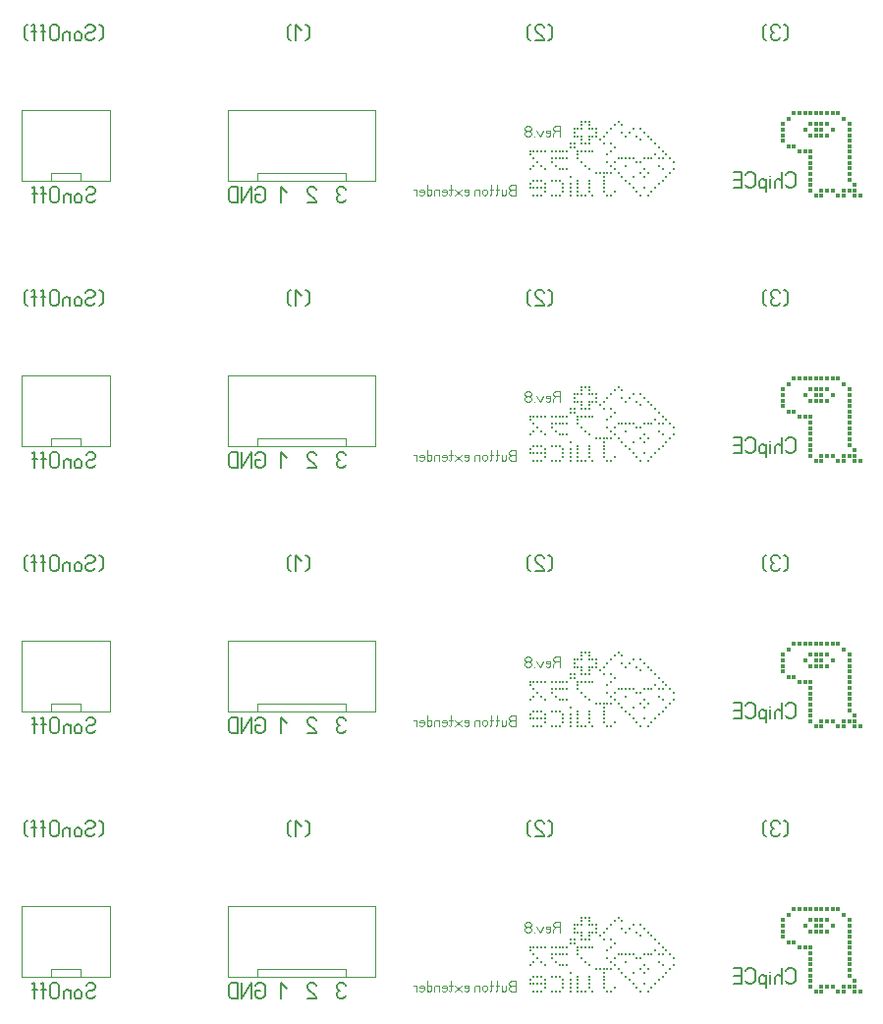
<source format=gbr>
%FSLAX34Y34*%
%MOMM*%
%LNSILK_BOTTOM*%
G71*
G01*
%ADD10C, 0.100*%
%ADD11R, 0.270X0.270*%
%ADD12R, 0.400X0.400*%
%ADD13C, 0.111*%
%ADD14C, 0.167*%
%LPD*%
G54D10*
X184150Y-203199D02*
X184150Y-142874D01*
G54D10*
X107950Y-203199D02*
X107950Y-142874D01*
X184150Y-142874D01*
G54D10*
X184150Y-203199D02*
X107950Y-203199D01*
G54D10*
X158750Y-203199D02*
X158750Y-196849D01*
X133350Y-196849D01*
X133350Y-203199D01*
G54D10*
X412750Y-203200D02*
X412750Y-142875D01*
G54D10*
X285750Y-203200D02*
X285750Y-142875D01*
X412750Y-142875D01*
G54D10*
X412750Y-203200D02*
X285750Y-203200D01*
G54D10*
X387350Y-203200D02*
X387350Y-196850D01*
X311150Y-196850D01*
X311150Y-203200D01*
X669925Y-193675D02*
G54D11*
D03*
X666750Y-196850D02*
G54D11*
D03*
X663575Y-200025D02*
G54D11*
D03*
X660400Y-203200D02*
G54D11*
D03*
X669925Y-187325D02*
G54D11*
D03*
X666750Y-184150D02*
G54D11*
D03*
X663575Y-180975D02*
G54D11*
D03*
X660400Y-177800D02*
G54D11*
D03*
X657225Y-174625D02*
G54D11*
D03*
X657225Y-206375D02*
G54D11*
D03*
X654050Y-209550D02*
G54D11*
D03*
X650875Y-212725D02*
G54D11*
D03*
X647700Y-215900D02*
G54D11*
D03*
X641350Y-215900D02*
G54D11*
D03*
X638175Y-212725D02*
G54D11*
D03*
X635000Y-209550D02*
G54D11*
D03*
X631825Y-206375D02*
G54D11*
D03*
X628650Y-203200D02*
G54D11*
D03*
X625475Y-200025D02*
G54D11*
D03*
X622300Y-196850D02*
G54D11*
D03*
X619125Y-193675D02*
G54D11*
D03*
X615950Y-190500D02*
G54D11*
D03*
X654050Y-171450D02*
G54D11*
D03*
X650875Y-168275D02*
G54D11*
D03*
X647700Y-165100D02*
G54D11*
D03*
X644525Y-161925D02*
G54D11*
D03*
X628650Y-165100D02*
G54D11*
D03*
X619125Y-174625D02*
G54D11*
D03*
X615950Y-171450D02*
G54D11*
D03*
X625475Y-161925D02*
G54D11*
D03*
X625475Y-155575D02*
G54D11*
D03*
X622300Y-152400D02*
G54D11*
D03*
X619125Y-155575D02*
G54D11*
D03*
X615950Y-158750D02*
G54D11*
D03*
X612775Y-161925D02*
G54D11*
D03*
X609600Y-165100D02*
G54D11*
D03*
X606425Y-168275D02*
G54D11*
D03*
X609600Y-171450D02*
G54D11*
D03*
X660400Y-184150D02*
G54D11*
D03*
X657225Y-184150D02*
G54D11*
D03*
X654050Y-180975D02*
G54D11*
D03*
X650875Y-184150D02*
G54D11*
D03*
X647700Y-184150D02*
G54D11*
D03*
X644525Y-184150D02*
G54D11*
D03*
X641350Y-187325D02*
G54D11*
D03*
X638175Y-187325D02*
G54D11*
D03*
X635000Y-184150D02*
G54D11*
D03*
X631825Y-184150D02*
G54D11*
D03*
X628650Y-184150D02*
G54D11*
D03*
X625475Y-184150D02*
G54D11*
D03*
X622300Y-184150D02*
G54D11*
D03*
X619125Y-187325D02*
G54D11*
D03*
X603250Y-158750D02*
G54D11*
D03*
X603250Y-161925D02*
G54D11*
D03*
X603250Y-165100D02*
G54D11*
D03*
X600075Y-165100D02*
G54D11*
D03*
X600075Y-158750D02*
G54D11*
D03*
X596900Y-158750D02*
G54D11*
D03*
X596900Y-155575D02*
G54D11*
D03*
X596900Y-152400D02*
G54D11*
D03*
X593725Y-152400D02*
G54D11*
D03*
X590550Y-152400D02*
G54D11*
D03*
X590550Y-155575D02*
G54D11*
D03*
X590550Y-158750D02*
G54D11*
D03*
X587375Y-158750D02*
G54D11*
D03*
X584200Y-158750D02*
G54D11*
D03*
X584200Y-161925D02*
G54D11*
D03*
X584200Y-165100D02*
G54D11*
D03*
X587375Y-165100D02*
G54D11*
D03*
X590550Y-165100D02*
G54D11*
D03*
X596900Y-165100D02*
G54D11*
D03*
X596900Y-168275D02*
G54D11*
D03*
X596900Y-171450D02*
G54D11*
D03*
X593725Y-171450D02*
G54D11*
D03*
X590550Y-171450D02*
G54D11*
D03*
X590550Y-168275D02*
G54D11*
D03*
X641350Y-158750D02*
G54D11*
D03*
X635000Y-158750D02*
G54D11*
D03*
X631825Y-161925D02*
G54D11*
D03*
X615950Y-177800D02*
G54D11*
D03*
X612775Y-180975D02*
G54D11*
D03*
X612775Y-187325D02*
G54D11*
D03*
X615950Y-196850D02*
G54D11*
D03*
X612775Y-196850D02*
G54D11*
D03*
X609600Y-196850D02*
G54D11*
D03*
X606425Y-196850D02*
G54D11*
D03*
X603250Y-196850D02*
G54D11*
D03*
X609600Y-200025D02*
G54D11*
D03*
X609600Y-203200D02*
G54D11*
D03*
X609600Y-206375D02*
G54D11*
D03*
X609600Y-209550D02*
G54D11*
D03*
X609600Y-212725D02*
G54D11*
D03*
X612775Y-215900D02*
G54D11*
D03*
X615950Y-215900D02*
G54D11*
D03*
X619125Y-212725D02*
G54D11*
D03*
X600075Y-215900D02*
G54D11*
D03*
X596900Y-212725D02*
G54D11*
D03*
X596900Y-209550D02*
G54D11*
D03*
X596900Y-206375D02*
G54D11*
D03*
X596900Y-203200D02*
G54D11*
D03*
X593725Y-215900D02*
G54D11*
D03*
X590550Y-215900D02*
G54D11*
D03*
X587375Y-215900D02*
G54D11*
D03*
X587375Y-212725D02*
G54D11*
D03*
X587375Y-209550D02*
G54D11*
D03*
X587375Y-206375D02*
G54D11*
D03*
X587375Y-203200D02*
G54D11*
D03*
X581025Y-200025D02*
G54D11*
D03*
X581025Y-206375D02*
G54D11*
D03*
X581025Y-209550D02*
G54D11*
D03*
X581025Y-212725D02*
G54D11*
D03*
X581025Y-215900D02*
G54D11*
D03*
X574675Y-212725D02*
G54D11*
D03*
X574675Y-209550D02*
G54D11*
D03*
X574675Y-206375D02*
G54D11*
D03*
X571500Y-203200D02*
G54D11*
D03*
X568325Y-203200D02*
G54D11*
D03*
X571500Y-215900D02*
G54D11*
D03*
X568325Y-215900D02*
G54D11*
D03*
X565150Y-215900D02*
G54D11*
D03*
X565150Y-203200D02*
G54D11*
D03*
X558800Y-212725D02*
G54D11*
D03*
X558800Y-209550D02*
G54D11*
D03*
X558800Y-206375D02*
G54D11*
D03*
X555625Y-203200D02*
G54D11*
D03*
X552450Y-203200D02*
G54D11*
D03*
X549275Y-203200D02*
G54D11*
D03*
X555625Y-215900D02*
G54D11*
D03*
X552450Y-215900D02*
G54D11*
D03*
X549275Y-215900D02*
G54D11*
D03*
X546100Y-206375D02*
G54D11*
D03*
X546100Y-209550D02*
G54D11*
D03*
X549275Y-209550D02*
G54D11*
D03*
X552450Y-209550D02*
G54D11*
D03*
X555625Y-209550D02*
G54D11*
D03*
X647700Y-196850D02*
G54D11*
D03*
X644525Y-200025D02*
G54D11*
D03*
X641350Y-196850D02*
G54D11*
D03*
X644525Y-193675D02*
G54D11*
D03*
X635000Y-200025D02*
G54D11*
D03*
X657225Y-190500D02*
G54D11*
D03*
X628650Y-190500D02*
G54D11*
D03*
X644525Y-209550D02*
G54D11*
D03*
X660400Y-193675D02*
G54D11*
D03*
X600075Y-177800D02*
G54D11*
D03*
X596900Y-177800D02*
G54D11*
D03*
X593725Y-177800D02*
G54D11*
D03*
X590550Y-177800D02*
G54D11*
D03*
X587375Y-177800D02*
G54D11*
D03*
X587375Y-180975D02*
G54D11*
D03*
X587375Y-184150D02*
G54D11*
D03*
X590550Y-187325D02*
G54D11*
D03*
X593725Y-190500D02*
G54D11*
D03*
X596900Y-193675D02*
G54D11*
D03*
X584200Y-171450D02*
G54D11*
D03*
X584200Y-174625D02*
G54D11*
D03*
X581025Y-174625D02*
G54D11*
D03*
X581025Y-171450D02*
G54D11*
D03*
X577850Y-177800D02*
G54D11*
D03*
X574675Y-177800D02*
G54D11*
D03*
X571500Y-177800D02*
G54D11*
D03*
X568325Y-177800D02*
G54D11*
D03*
X565150Y-177800D02*
G54D11*
D03*
X577850Y-184150D02*
G54D11*
D03*
X574675Y-184150D02*
G54D11*
D03*
X571500Y-184150D02*
G54D11*
D03*
X568325Y-184150D02*
G54D11*
D03*
X565150Y-184150D02*
G54D11*
D03*
X565150Y-187325D02*
G54D11*
D03*
X568325Y-190500D02*
G54D11*
D03*
X571500Y-193675D02*
G54D11*
D03*
X577850Y-193675D02*
G54D11*
D03*
X574675Y-193675D02*
G54D11*
D03*
X558800Y-177800D02*
G54D11*
D03*
X555625Y-177800D02*
G54D11*
D03*
X552450Y-177800D02*
G54D11*
D03*
X549275Y-177800D02*
G54D11*
D03*
X546100Y-177800D02*
G54D11*
D03*
X546100Y-180975D02*
G54D11*
D03*
X549275Y-184150D02*
G54D11*
D03*
X552450Y-187325D02*
G54D11*
D03*
X555625Y-190500D02*
G54D11*
D03*
X558800Y-193675D02*
G54D11*
D03*
X549275Y-190500D02*
G54D11*
D03*
X546100Y-193675D02*
G54D11*
D03*
X638175Y-165100D02*
G54D11*
D03*
X641350Y-168275D02*
G54D11*
D03*
X807051Y-145064D02*
G54D12*
D03*
X802289Y-145064D02*
G54D12*
D03*
X797526Y-145064D02*
G54D12*
D03*
X792764Y-145064D02*
G54D12*
D03*
X788001Y-145064D02*
G54D12*
D03*
X783239Y-145064D02*
G54D12*
D03*
X778476Y-145064D02*
G54D12*
D03*
X773714Y-145064D02*
G54D12*
D03*
X821339Y-159352D02*
G54D12*
D03*
X821339Y-164114D02*
G54D12*
D03*
X821339Y-168876D02*
G54D12*
D03*
X821339Y-173639D02*
G54D12*
D03*
X821339Y-178402D02*
G54D12*
D03*
X821339Y-183164D02*
G54D12*
D03*
X821339Y-187926D02*
G54D12*
D03*
X821339Y-192689D02*
G54D12*
D03*
X821339Y-197452D02*
G54D12*
D03*
X821339Y-202214D02*
G54D12*
D03*
X826101Y-206976D02*
G54D12*
D03*
X826101Y-211739D02*
G54D12*
D03*
X826101Y-216502D02*
G54D12*
D03*
X830864Y-216502D02*
G54D12*
D03*
X816576Y-211739D02*
G54D12*
D03*
X816576Y-216502D02*
G54D12*
D03*
X811814Y-216502D02*
G54D12*
D03*
X807051Y-211739D02*
G54D12*
D03*
X802289Y-211739D02*
G54D12*
D03*
X797526Y-211739D02*
G54D12*
D03*
X797526Y-216502D02*
G54D12*
D03*
X792764Y-216502D02*
G54D12*
D03*
X764189Y-168876D02*
G54D12*
D03*
X764189Y-164114D02*
G54D12*
D03*
X764189Y-159352D02*
G54D12*
D03*
X764189Y-154589D02*
G54D12*
D03*
X768951Y-149826D02*
G54D12*
D03*
X807051Y-159352D02*
G54D12*
D03*
X802289Y-154589D02*
G54D12*
D03*
X797526Y-154589D02*
G54D12*
D03*
X792764Y-154589D02*
G54D12*
D03*
X788001Y-154589D02*
G54D12*
D03*
X783239Y-159352D02*
G54D12*
D03*
X802289Y-164114D02*
G54D12*
D03*
X797526Y-164114D02*
G54D12*
D03*
X792764Y-164114D02*
G54D12*
D03*
X788001Y-164114D02*
G54D12*
D03*
X797526Y-159352D02*
G54D12*
D03*
X792764Y-159352D02*
G54D12*
D03*
X821339Y-211739D02*
G54D12*
D03*
X768951Y-173639D02*
G54D12*
D03*
X773714Y-173639D02*
G54D12*
D03*
X783239Y-178402D02*
G54D12*
D03*
X778476Y-178402D02*
G54D12*
D03*
X788001Y-178402D02*
G54D12*
D03*
X788001Y-183164D02*
G54D12*
D03*
X788001Y-187926D02*
G54D12*
D03*
X788001Y-192689D02*
G54D12*
D03*
X788001Y-197452D02*
G54D12*
D03*
X788001Y-202214D02*
G54D12*
D03*
X788001Y-206976D02*
G54D12*
D03*
X788001Y-211739D02*
G54D12*
D03*
X811814Y-145064D02*
G54D12*
D03*
X816576Y-149826D02*
G54D12*
D03*
X821339Y-154589D02*
G54D12*
D03*
G54D13*
X568833Y-160656D02*
X566833Y-161767D01*
X566167Y-162878D01*
X566167Y-165100D01*
G54D13*
X571500Y-165100D02*
X571500Y-156211D01*
X568167Y-156211D01*
X566833Y-156767D01*
X566167Y-157878D01*
X566167Y-158989D01*
X566833Y-160100D01*
X568167Y-160656D01*
X571500Y-160656D01*
G54D13*
X559723Y-164544D02*
X560790Y-165100D01*
X562123Y-165100D01*
X563456Y-164544D01*
X563723Y-163433D01*
X563723Y-161544D01*
X563056Y-160433D01*
X561723Y-160100D01*
X560390Y-160433D01*
X559723Y-161211D01*
X559723Y-162322D01*
X563723Y-162322D01*
G54D13*
X557279Y-160100D02*
X554612Y-165100D01*
X551946Y-160100D01*
G54D13*
X549502Y-165100D02*
X549502Y-165100D01*
G54D13*
X543725Y-160656D02*
X545058Y-160656D01*
X546391Y-160100D01*
X547058Y-158989D01*
X547058Y-157878D01*
X546391Y-156767D01*
X545058Y-156211D01*
X543725Y-156211D01*
X542391Y-156767D01*
X541725Y-157878D01*
X541725Y-158989D01*
X542391Y-160100D01*
X543725Y-160656D01*
X542391Y-161211D01*
X541725Y-162322D01*
X541725Y-163433D01*
X542391Y-164544D01*
X543725Y-165100D01*
X545058Y-165100D01*
X546391Y-164544D01*
X547058Y-163433D01*
X547058Y-162322D01*
X546391Y-161211D01*
X545058Y-160656D01*
G54D13*
X533400Y-215900D02*
X533400Y-207011D01*
X530067Y-207011D01*
X528733Y-207567D01*
X528067Y-208678D01*
X528067Y-209789D01*
X528733Y-210900D01*
X530067Y-211456D01*
X528733Y-212011D01*
X528067Y-213122D01*
X528067Y-214233D01*
X528733Y-215344D01*
X530067Y-215900D01*
X533400Y-215900D01*
G54D13*
X533400Y-211456D02*
X530067Y-211456D01*
G54D13*
X521623Y-210900D02*
X521623Y-215900D01*
G54D13*
X521623Y-214789D02*
X522290Y-215678D01*
X523623Y-215900D01*
X524956Y-215678D01*
X525623Y-214789D01*
X525623Y-210900D01*
G54D13*
X517846Y-207011D02*
X517846Y-215344D01*
X517179Y-215900D01*
X516512Y-215678D01*
G54D13*
X519179Y-210900D02*
X516512Y-210900D01*
G54D13*
X512735Y-207011D02*
X512735Y-215344D01*
X512068Y-215900D01*
X511401Y-215678D01*
G54D13*
X514068Y-210900D02*
X511401Y-210900D01*
G54D13*
X504957Y-214567D02*
X504957Y-212344D01*
X505624Y-211233D01*
X506957Y-210900D01*
X508290Y-211233D01*
X508957Y-212344D01*
X508957Y-214567D01*
X508290Y-215678D01*
X506957Y-215900D01*
X505624Y-215678D01*
X504957Y-214567D01*
G54D13*
X502513Y-215900D02*
X502513Y-210900D01*
G54D13*
X502513Y-212011D02*
X501846Y-211233D01*
X500513Y-210900D01*
X499180Y-211233D01*
X498513Y-212011D01*
X498513Y-215900D01*
G54D13*
X489492Y-215344D02*
X490559Y-215900D01*
X491892Y-215900D01*
X493225Y-215344D01*
X493492Y-214233D01*
X493492Y-212344D01*
X492825Y-211233D01*
X491492Y-210900D01*
X490159Y-211233D01*
X489492Y-212011D01*
X489492Y-213122D01*
X493492Y-213122D01*
G54D13*
X487048Y-210900D02*
X481715Y-215900D01*
G54D13*
X487048Y-215900D02*
X481715Y-210900D01*
G54D13*
X477938Y-207011D02*
X477938Y-215344D01*
X477271Y-215900D01*
X476604Y-215678D01*
G54D13*
X479271Y-210900D02*
X476604Y-210900D01*
G54D13*
X470160Y-215344D02*
X471227Y-215900D01*
X472560Y-215900D01*
X473893Y-215344D01*
X474160Y-214233D01*
X474160Y-212344D01*
X473493Y-211233D01*
X472160Y-210900D01*
X470827Y-211233D01*
X470160Y-212011D01*
X470160Y-213122D01*
X474160Y-213122D01*
G54D13*
X467716Y-215900D02*
X467716Y-210900D01*
G54D13*
X467716Y-212011D02*
X467049Y-211233D01*
X465716Y-210900D01*
X464383Y-211233D01*
X463716Y-212011D01*
X463716Y-215900D01*
G54D13*
X457272Y-215900D02*
X457272Y-207011D01*
G54D13*
X457272Y-212344D02*
X457939Y-211233D01*
X459272Y-210900D01*
X460605Y-211233D01*
X461272Y-212344D01*
X461272Y-214567D01*
X460605Y-215678D01*
X459272Y-215900D01*
X457939Y-215678D01*
X457272Y-214567D01*
G54D13*
X450828Y-215344D02*
X451895Y-215900D01*
X453228Y-215900D01*
X454561Y-215344D01*
X454828Y-214233D01*
X454828Y-212344D01*
X454161Y-211233D01*
X452828Y-210900D01*
X451495Y-211233D01*
X450828Y-212011D01*
X450828Y-213122D01*
X454828Y-213122D01*
G54D13*
X448384Y-215900D02*
X448384Y-210900D01*
G54D13*
X448384Y-212011D02*
X447051Y-210900D01*
X445717Y-210900D01*
G54D14*
X766700Y-207050D02*
X767700Y-208717D01*
X769700Y-209550D01*
X771700Y-209550D01*
X773700Y-208717D01*
X774700Y-207050D01*
X774700Y-198717D01*
X773700Y-197050D01*
X771700Y-196217D01*
X769700Y-196217D01*
X767700Y-197050D01*
X766700Y-198717D01*
G54D14*
X763033Y-209550D02*
X763033Y-196217D01*
G54D14*
X763033Y-204217D02*
X762033Y-202550D01*
X760033Y-202050D01*
X758033Y-202550D01*
X757033Y-204217D01*
X757033Y-209550D01*
G54D14*
X753366Y-209550D02*
X753366Y-202050D01*
G54D14*
X753366Y-199550D02*
X753366Y-199550D01*
G54D14*
X749699Y-202050D02*
X749699Y-212883D01*
G54D14*
X749699Y-207050D02*
X748699Y-209217D01*
X746699Y-209550D01*
X744699Y-209217D01*
X743699Y-207550D01*
X743699Y-204217D01*
X744699Y-202550D01*
X746699Y-202050D01*
X748699Y-202550D01*
X749699Y-204550D01*
G54D14*
X732032Y-207050D02*
X733032Y-208717D01*
X735032Y-209550D01*
X737032Y-209550D01*
X739032Y-208717D01*
X740032Y-207050D01*
X740032Y-198717D01*
X739032Y-197050D01*
X737032Y-196217D01*
X735032Y-196217D01*
X733032Y-197050D01*
X732032Y-198717D01*
G54D14*
X721365Y-209550D02*
X728365Y-209550D01*
X728365Y-196217D01*
X721365Y-196217D01*
G54D14*
X728365Y-202883D02*
X721365Y-202883D01*
G54D14*
X171450Y-219750D02*
X170450Y-221417D01*
X168450Y-222250D01*
X166450Y-222250D01*
X164450Y-221417D01*
X163450Y-219750D01*
X163450Y-218083D01*
X164450Y-216417D01*
X166450Y-215583D01*
X168450Y-215583D01*
X170450Y-214750D01*
X171450Y-213083D01*
X171450Y-211417D01*
X170450Y-209750D01*
X168450Y-208917D01*
X166450Y-208917D01*
X164450Y-209750D01*
X163450Y-211417D01*
G54D14*
X153783Y-220250D02*
X153783Y-216917D01*
X154783Y-215250D01*
X156783Y-214750D01*
X158783Y-215250D01*
X159783Y-216917D01*
X159783Y-220250D01*
X158783Y-221917D01*
X156783Y-222250D01*
X154783Y-221917D01*
X153783Y-220250D01*
G54D14*
X150116Y-222250D02*
X150116Y-214750D01*
G54D14*
X150116Y-216417D02*
X149116Y-215250D01*
X147116Y-214750D01*
X145116Y-215250D01*
X144116Y-216417D01*
X144116Y-222250D01*
G54D14*
X132449Y-211417D02*
X132449Y-219750D01*
X133449Y-221417D01*
X135449Y-222250D01*
X137449Y-222250D01*
X139449Y-221417D01*
X140449Y-219750D01*
X140449Y-211417D01*
X139449Y-209750D01*
X137449Y-208917D01*
X135449Y-208917D01*
X133449Y-209750D01*
X132449Y-211417D01*
G54D14*
X126782Y-222250D02*
X126782Y-209750D01*
X125782Y-208917D01*
X124782Y-209417D01*
G54D14*
X128782Y-214750D02*
X124782Y-214750D01*
G54D14*
X119115Y-222250D02*
X119115Y-209750D01*
X118115Y-208917D01*
X117115Y-209417D01*
G54D14*
X121115Y-214750D02*
X117115Y-214750D01*
G54D14*
X313500Y-215583D02*
X309500Y-215583D01*
X309500Y-219750D01*
X310500Y-221417D01*
X312500Y-222250D01*
X314500Y-222250D01*
X316500Y-221417D01*
X317500Y-219750D01*
X317500Y-211417D01*
X316500Y-209750D01*
X314500Y-208917D01*
X312500Y-208917D01*
X310500Y-209750D01*
X309500Y-211417D01*
G54D14*
X305833Y-222250D02*
X305833Y-208917D01*
X297833Y-222250D01*
X297833Y-208917D01*
G54D14*
X294166Y-222250D02*
X294166Y-208917D01*
X289166Y-208917D01*
X287166Y-209750D01*
X286166Y-211417D01*
X286166Y-219750D01*
X287166Y-221417D01*
X289166Y-222250D01*
X294166Y-222250D01*
G54D14*
X336550Y-213917D02*
X331550Y-208917D01*
X331550Y-222250D01*
G54D14*
X353950Y-222250D02*
X361950Y-222250D01*
X361950Y-221417D01*
X360950Y-219750D01*
X354950Y-214750D01*
X353950Y-213083D01*
X353950Y-211417D01*
X354950Y-209750D01*
X356950Y-208917D01*
X358950Y-208917D01*
X360950Y-209750D01*
X361950Y-211417D01*
G54D14*
X387350Y-211417D02*
X386350Y-209750D01*
X384350Y-208917D01*
X382350Y-208917D01*
X380350Y-209750D01*
X379350Y-211417D01*
X379350Y-213083D01*
X380350Y-214750D01*
X382350Y-215583D01*
X380350Y-216417D01*
X379350Y-218083D01*
X379350Y-219750D01*
X380350Y-221417D01*
X382350Y-222250D01*
X384350Y-222250D01*
X386350Y-221417D01*
X387350Y-219750D01*
G54D14*
X174800Y-69217D02*
X176800Y-70050D01*
X177800Y-71717D01*
X177800Y-80050D01*
X176800Y-81717D01*
X174800Y-82550D01*
G54D14*
X171133Y-80050D02*
X170133Y-81717D01*
X168133Y-82550D01*
X166133Y-82550D01*
X164133Y-81717D01*
X163133Y-80050D01*
X163133Y-78383D01*
X164133Y-76717D01*
X166133Y-75883D01*
X168133Y-75883D01*
X170133Y-75050D01*
X171133Y-73383D01*
X171133Y-71717D01*
X170133Y-70050D01*
X168133Y-69217D01*
X166133Y-69217D01*
X164133Y-70050D01*
X163133Y-71717D01*
G54D14*
X153466Y-80550D02*
X153466Y-77217D01*
X154466Y-75550D01*
X156466Y-75050D01*
X158466Y-75550D01*
X159466Y-77217D01*
X159466Y-80550D01*
X158466Y-82217D01*
X156466Y-82550D01*
X154466Y-82217D01*
X153466Y-80550D01*
G54D14*
X149799Y-82550D02*
X149799Y-75050D01*
G54D14*
X149799Y-76717D02*
X148799Y-75550D01*
X146799Y-75050D01*
X144799Y-75550D01*
X143799Y-76717D01*
X143799Y-82550D01*
G54D14*
X132132Y-71717D02*
X132132Y-80050D01*
X133132Y-81717D01*
X135132Y-82550D01*
X137132Y-82550D01*
X139132Y-81717D01*
X140132Y-80050D01*
X140132Y-71717D01*
X139132Y-70050D01*
X137132Y-69217D01*
X135132Y-69217D01*
X133132Y-70050D01*
X132132Y-71717D01*
G54D14*
X126465Y-82550D02*
X126465Y-70050D01*
X125465Y-69217D01*
X124465Y-69717D01*
G54D14*
X128465Y-75050D02*
X124465Y-75050D01*
G54D14*
X118798Y-82550D02*
X118798Y-70050D01*
X117798Y-69217D01*
X116798Y-69717D01*
G54D14*
X120798Y-75050D02*
X116798Y-75050D01*
G54D14*
X113131Y-69217D02*
X111131Y-70050D01*
X110131Y-71717D01*
X110131Y-80050D01*
X111131Y-81717D01*
X113131Y-82550D01*
G54D14*
X352600Y-69217D02*
X354600Y-70050D01*
X355600Y-71717D01*
X355600Y-80050D01*
X354600Y-81717D01*
X352600Y-82550D01*
G54D14*
X348933Y-74217D02*
X343933Y-69217D01*
X343933Y-82550D01*
G54D14*
X340266Y-69217D02*
X338266Y-70050D01*
X337266Y-71717D01*
X337266Y-80050D01*
X338266Y-81717D01*
X340266Y-82550D01*
G54D14*
X562150Y-69217D02*
X564150Y-70050D01*
X565150Y-71717D01*
X565150Y-80050D01*
X564150Y-81717D01*
X562150Y-82550D01*
G54D14*
X550483Y-82550D02*
X558483Y-82550D01*
X558483Y-81717D01*
X557483Y-80050D01*
X551483Y-75050D01*
X550483Y-73383D01*
X550483Y-71717D01*
X551483Y-70050D01*
X553483Y-69217D01*
X555483Y-69217D01*
X557483Y-70050D01*
X558483Y-71717D01*
G54D14*
X546816Y-69217D02*
X544816Y-70050D01*
X543816Y-71717D01*
X543816Y-80050D01*
X544816Y-81717D01*
X546816Y-82550D01*
G54D14*
X765350Y-69217D02*
X767350Y-70050D01*
X768350Y-71717D01*
X768350Y-80050D01*
X767350Y-81717D01*
X765350Y-82550D01*
G54D14*
X761683Y-71717D02*
X760683Y-70050D01*
X758683Y-69217D01*
X756683Y-69217D01*
X754683Y-70050D01*
X753683Y-71717D01*
X753683Y-73383D01*
X754683Y-75050D01*
X756683Y-75883D01*
X754683Y-76717D01*
X753683Y-78383D01*
X753683Y-80050D01*
X754683Y-81717D01*
X756683Y-82550D01*
X758683Y-82550D01*
X760683Y-81717D01*
X761683Y-80050D01*
G54D14*
X750016Y-69217D02*
X748016Y-70050D01*
X747016Y-71717D01*
X747016Y-80050D01*
X748016Y-81717D01*
X750016Y-82550D01*
G54D10*
X184150Y-431799D02*
X184150Y-371474D01*
G54D10*
X107950Y-431799D02*
X107950Y-371474D01*
X184150Y-371474D01*
G54D10*
X184150Y-431799D02*
X107950Y-431799D01*
G54D10*
X158750Y-431799D02*
X158750Y-425449D01*
X133350Y-425449D01*
X133350Y-431799D01*
G54D10*
X412750Y-431800D02*
X412750Y-371475D01*
G54D10*
X285750Y-431800D02*
X285750Y-371475D01*
X412750Y-371475D01*
G54D10*
X412750Y-431800D02*
X285750Y-431800D01*
G54D10*
X387350Y-431800D02*
X387350Y-425450D01*
X311150Y-425450D01*
X311150Y-431800D01*
X669925Y-422275D02*
G54D11*
D03*
X666750Y-425450D02*
G54D11*
D03*
X663575Y-428625D02*
G54D11*
D03*
X660400Y-431800D02*
G54D11*
D03*
X669925Y-415925D02*
G54D11*
D03*
X666750Y-412750D02*
G54D11*
D03*
X663575Y-409575D02*
G54D11*
D03*
X660400Y-406400D02*
G54D11*
D03*
X657225Y-403225D02*
G54D11*
D03*
X657225Y-434975D02*
G54D11*
D03*
X654050Y-438150D02*
G54D11*
D03*
X650875Y-441325D02*
G54D11*
D03*
X647700Y-444500D02*
G54D11*
D03*
X641350Y-444500D02*
G54D11*
D03*
X638175Y-441325D02*
G54D11*
D03*
X635000Y-438150D02*
G54D11*
D03*
X631825Y-434975D02*
G54D11*
D03*
X628650Y-431800D02*
G54D11*
D03*
X625475Y-428625D02*
G54D11*
D03*
X622300Y-425450D02*
G54D11*
D03*
X619125Y-422275D02*
G54D11*
D03*
X615950Y-419100D02*
G54D11*
D03*
X654050Y-400050D02*
G54D11*
D03*
X650875Y-396875D02*
G54D11*
D03*
X647700Y-393700D02*
G54D11*
D03*
X644525Y-390525D02*
G54D11*
D03*
X628650Y-393700D02*
G54D11*
D03*
X619125Y-403225D02*
G54D11*
D03*
X615950Y-400050D02*
G54D11*
D03*
X625475Y-390525D02*
G54D11*
D03*
X625475Y-384175D02*
G54D11*
D03*
X622300Y-381000D02*
G54D11*
D03*
X619125Y-384175D02*
G54D11*
D03*
X615950Y-387350D02*
G54D11*
D03*
X612775Y-390525D02*
G54D11*
D03*
X609600Y-393700D02*
G54D11*
D03*
X606425Y-396875D02*
G54D11*
D03*
X609600Y-400050D02*
G54D11*
D03*
X660400Y-412750D02*
G54D11*
D03*
X657225Y-412750D02*
G54D11*
D03*
X654050Y-409575D02*
G54D11*
D03*
X650875Y-412750D02*
G54D11*
D03*
X647700Y-412750D02*
G54D11*
D03*
X644525Y-412750D02*
G54D11*
D03*
X641350Y-415925D02*
G54D11*
D03*
X638175Y-415925D02*
G54D11*
D03*
X635000Y-412750D02*
G54D11*
D03*
X631825Y-412750D02*
G54D11*
D03*
X628650Y-412750D02*
G54D11*
D03*
X625475Y-412750D02*
G54D11*
D03*
X622300Y-412750D02*
G54D11*
D03*
X619125Y-415925D02*
G54D11*
D03*
X603250Y-387350D02*
G54D11*
D03*
X603250Y-390525D02*
G54D11*
D03*
X603250Y-393700D02*
G54D11*
D03*
X600075Y-393700D02*
G54D11*
D03*
X600075Y-387350D02*
G54D11*
D03*
X596900Y-387350D02*
G54D11*
D03*
X596900Y-384175D02*
G54D11*
D03*
X596900Y-381000D02*
G54D11*
D03*
X593725Y-381000D02*
G54D11*
D03*
X590550Y-381000D02*
G54D11*
D03*
X590550Y-384175D02*
G54D11*
D03*
X590550Y-387350D02*
G54D11*
D03*
X587375Y-387350D02*
G54D11*
D03*
X584200Y-387350D02*
G54D11*
D03*
X584200Y-390525D02*
G54D11*
D03*
X584200Y-393700D02*
G54D11*
D03*
X587375Y-393700D02*
G54D11*
D03*
X590550Y-393700D02*
G54D11*
D03*
X596900Y-393700D02*
G54D11*
D03*
X596900Y-396875D02*
G54D11*
D03*
X596900Y-400050D02*
G54D11*
D03*
X593725Y-400050D02*
G54D11*
D03*
X590550Y-400050D02*
G54D11*
D03*
X590550Y-396875D02*
G54D11*
D03*
X641350Y-387350D02*
G54D11*
D03*
X635000Y-387350D02*
G54D11*
D03*
X631825Y-390525D02*
G54D11*
D03*
X615950Y-406400D02*
G54D11*
D03*
X612775Y-409575D02*
G54D11*
D03*
X612775Y-415925D02*
G54D11*
D03*
X615950Y-425450D02*
G54D11*
D03*
X612775Y-425450D02*
G54D11*
D03*
X609600Y-425450D02*
G54D11*
D03*
X606425Y-425450D02*
G54D11*
D03*
X603250Y-425450D02*
G54D11*
D03*
X609600Y-428625D02*
G54D11*
D03*
X609600Y-431800D02*
G54D11*
D03*
X609600Y-434975D02*
G54D11*
D03*
X609600Y-438150D02*
G54D11*
D03*
X609600Y-441325D02*
G54D11*
D03*
X612775Y-444500D02*
G54D11*
D03*
X615950Y-444500D02*
G54D11*
D03*
X619125Y-441325D02*
G54D11*
D03*
X600075Y-444500D02*
G54D11*
D03*
X596900Y-441325D02*
G54D11*
D03*
X596900Y-438150D02*
G54D11*
D03*
X596900Y-434975D02*
G54D11*
D03*
X596900Y-431800D02*
G54D11*
D03*
X593725Y-444500D02*
G54D11*
D03*
X590550Y-444500D02*
G54D11*
D03*
X587375Y-444500D02*
G54D11*
D03*
X587375Y-441325D02*
G54D11*
D03*
X587375Y-438150D02*
G54D11*
D03*
X587375Y-434975D02*
G54D11*
D03*
X587375Y-431800D02*
G54D11*
D03*
X581025Y-428625D02*
G54D11*
D03*
X581025Y-434975D02*
G54D11*
D03*
X581025Y-438150D02*
G54D11*
D03*
X581025Y-441325D02*
G54D11*
D03*
X581025Y-444500D02*
G54D11*
D03*
X574675Y-441325D02*
G54D11*
D03*
X574675Y-438150D02*
G54D11*
D03*
X574675Y-434975D02*
G54D11*
D03*
X571500Y-431800D02*
G54D11*
D03*
X568325Y-431800D02*
G54D11*
D03*
X571500Y-444500D02*
G54D11*
D03*
X568325Y-444500D02*
G54D11*
D03*
X565150Y-444500D02*
G54D11*
D03*
X565150Y-431800D02*
G54D11*
D03*
X558800Y-441325D02*
G54D11*
D03*
X558800Y-438150D02*
G54D11*
D03*
X558800Y-434975D02*
G54D11*
D03*
X555625Y-431800D02*
G54D11*
D03*
X552450Y-431800D02*
G54D11*
D03*
X549275Y-431800D02*
G54D11*
D03*
X555625Y-444500D02*
G54D11*
D03*
X552450Y-444500D02*
G54D11*
D03*
X549275Y-444500D02*
G54D11*
D03*
X546100Y-434975D02*
G54D11*
D03*
X546100Y-438150D02*
G54D11*
D03*
X549275Y-438150D02*
G54D11*
D03*
X552450Y-438150D02*
G54D11*
D03*
X555625Y-438150D02*
G54D11*
D03*
X647700Y-425450D02*
G54D11*
D03*
X644525Y-428625D02*
G54D11*
D03*
X641350Y-425450D02*
G54D11*
D03*
X644525Y-422275D02*
G54D11*
D03*
X635000Y-428625D02*
G54D11*
D03*
X657225Y-419100D02*
G54D11*
D03*
X628650Y-419100D02*
G54D11*
D03*
X644525Y-438150D02*
G54D11*
D03*
X660400Y-422275D02*
G54D11*
D03*
X600075Y-406400D02*
G54D11*
D03*
X596900Y-406400D02*
G54D11*
D03*
X593725Y-406400D02*
G54D11*
D03*
X590550Y-406400D02*
G54D11*
D03*
X587375Y-406400D02*
G54D11*
D03*
X587375Y-409575D02*
G54D11*
D03*
X587375Y-412750D02*
G54D11*
D03*
X590550Y-415925D02*
G54D11*
D03*
X593725Y-419100D02*
G54D11*
D03*
X596900Y-422275D02*
G54D11*
D03*
X584200Y-400050D02*
G54D11*
D03*
X584200Y-403225D02*
G54D11*
D03*
X581025Y-403225D02*
G54D11*
D03*
X581025Y-400050D02*
G54D11*
D03*
X577850Y-406400D02*
G54D11*
D03*
X574675Y-406400D02*
G54D11*
D03*
X571500Y-406400D02*
G54D11*
D03*
X568325Y-406400D02*
G54D11*
D03*
X565150Y-406400D02*
G54D11*
D03*
X577850Y-412750D02*
G54D11*
D03*
X574675Y-412750D02*
G54D11*
D03*
X571500Y-412750D02*
G54D11*
D03*
X568325Y-412750D02*
G54D11*
D03*
X565150Y-412750D02*
G54D11*
D03*
X565150Y-415925D02*
G54D11*
D03*
X568325Y-419100D02*
G54D11*
D03*
X571500Y-422275D02*
G54D11*
D03*
X577850Y-422275D02*
G54D11*
D03*
X574675Y-422275D02*
G54D11*
D03*
X558800Y-406400D02*
G54D11*
D03*
X555625Y-406400D02*
G54D11*
D03*
X552450Y-406400D02*
G54D11*
D03*
X549275Y-406400D02*
G54D11*
D03*
X546100Y-406400D02*
G54D11*
D03*
X546100Y-409575D02*
G54D11*
D03*
X549275Y-412750D02*
G54D11*
D03*
X552450Y-415925D02*
G54D11*
D03*
X555625Y-419100D02*
G54D11*
D03*
X558800Y-422275D02*
G54D11*
D03*
X549275Y-419100D02*
G54D11*
D03*
X546100Y-422275D02*
G54D11*
D03*
X638175Y-393700D02*
G54D11*
D03*
X641350Y-396875D02*
G54D11*
D03*
X807051Y-373664D02*
G54D12*
D03*
X802289Y-373664D02*
G54D12*
D03*
X797526Y-373664D02*
G54D12*
D03*
X792764Y-373664D02*
G54D12*
D03*
X788001Y-373664D02*
G54D12*
D03*
X783239Y-373664D02*
G54D12*
D03*
X778476Y-373664D02*
G54D12*
D03*
X773714Y-373664D02*
G54D12*
D03*
X821339Y-387952D02*
G54D12*
D03*
X821339Y-392714D02*
G54D12*
D03*
X821339Y-397476D02*
G54D12*
D03*
X821339Y-402239D02*
G54D12*
D03*
X821339Y-407002D02*
G54D12*
D03*
X821339Y-411764D02*
G54D12*
D03*
X821339Y-416526D02*
G54D12*
D03*
X821339Y-421289D02*
G54D12*
D03*
X821339Y-426052D02*
G54D12*
D03*
X821339Y-430814D02*
G54D12*
D03*
X826101Y-435576D02*
G54D12*
D03*
X826101Y-440339D02*
G54D12*
D03*
X826101Y-445102D02*
G54D12*
D03*
X830864Y-445102D02*
G54D12*
D03*
X816576Y-440339D02*
G54D12*
D03*
X816576Y-445102D02*
G54D12*
D03*
X811814Y-445102D02*
G54D12*
D03*
X807051Y-440339D02*
G54D12*
D03*
X802289Y-440339D02*
G54D12*
D03*
X797526Y-440339D02*
G54D12*
D03*
X797526Y-445102D02*
G54D12*
D03*
X792764Y-445102D02*
G54D12*
D03*
X764189Y-397476D02*
G54D12*
D03*
X764189Y-392714D02*
G54D12*
D03*
X764189Y-387952D02*
G54D12*
D03*
X764189Y-383189D02*
G54D12*
D03*
X768951Y-378426D02*
G54D12*
D03*
X807051Y-387952D02*
G54D12*
D03*
X802289Y-383189D02*
G54D12*
D03*
X797526Y-383189D02*
G54D12*
D03*
X792764Y-383189D02*
G54D12*
D03*
X788001Y-383189D02*
G54D12*
D03*
X783239Y-387952D02*
G54D12*
D03*
X802289Y-392714D02*
G54D12*
D03*
X797526Y-392714D02*
G54D12*
D03*
X792764Y-392714D02*
G54D12*
D03*
X788001Y-392714D02*
G54D12*
D03*
X797526Y-387952D02*
G54D12*
D03*
X792764Y-387952D02*
G54D12*
D03*
X821339Y-440339D02*
G54D12*
D03*
X768951Y-402239D02*
G54D12*
D03*
X773714Y-402239D02*
G54D12*
D03*
X783239Y-407002D02*
G54D12*
D03*
X778476Y-407002D02*
G54D12*
D03*
X788001Y-407002D02*
G54D12*
D03*
X788001Y-411764D02*
G54D12*
D03*
X788001Y-416526D02*
G54D12*
D03*
X788001Y-421289D02*
G54D12*
D03*
X788001Y-426052D02*
G54D12*
D03*
X788001Y-430814D02*
G54D12*
D03*
X788001Y-435576D02*
G54D12*
D03*
X788001Y-440339D02*
G54D12*
D03*
X811814Y-373664D02*
G54D12*
D03*
X816576Y-378426D02*
G54D12*
D03*
X821339Y-383189D02*
G54D12*
D03*
G54D13*
X568833Y-389256D02*
X566833Y-390367D01*
X566167Y-391478D01*
X566167Y-393700D01*
G54D13*
X571500Y-393700D02*
X571500Y-384811D01*
X568167Y-384811D01*
X566833Y-385367D01*
X566167Y-386478D01*
X566167Y-387589D01*
X566833Y-388700D01*
X568167Y-389256D01*
X571500Y-389256D01*
G54D13*
X559723Y-393144D02*
X560790Y-393700D01*
X562123Y-393700D01*
X563456Y-393144D01*
X563723Y-392033D01*
X563723Y-390144D01*
X563056Y-389033D01*
X561723Y-388700D01*
X560390Y-389033D01*
X559723Y-389811D01*
X559723Y-390922D01*
X563723Y-390922D01*
G54D13*
X557279Y-388700D02*
X554612Y-393700D01*
X551946Y-388700D01*
G54D13*
X549502Y-393700D02*
X549502Y-393700D01*
G54D13*
X543725Y-389256D02*
X545058Y-389256D01*
X546391Y-388700D01*
X547058Y-387589D01*
X547058Y-386478D01*
X546391Y-385367D01*
X545058Y-384811D01*
X543725Y-384811D01*
X542391Y-385367D01*
X541725Y-386478D01*
X541725Y-387589D01*
X542391Y-388700D01*
X543725Y-389256D01*
X542391Y-389811D01*
X541725Y-390922D01*
X541725Y-392033D01*
X542391Y-393144D01*
X543725Y-393700D01*
X545058Y-393700D01*
X546391Y-393144D01*
X547058Y-392033D01*
X547058Y-390922D01*
X546391Y-389811D01*
X545058Y-389256D01*
G54D13*
X533400Y-444500D02*
X533400Y-435611D01*
X530067Y-435611D01*
X528733Y-436167D01*
X528067Y-437278D01*
X528067Y-438389D01*
X528733Y-439500D01*
X530067Y-440056D01*
X528733Y-440611D01*
X528067Y-441722D01*
X528067Y-442833D01*
X528733Y-443944D01*
X530067Y-444500D01*
X533400Y-444500D01*
G54D13*
X533400Y-440056D02*
X530067Y-440056D01*
G54D13*
X521623Y-439500D02*
X521623Y-444500D01*
G54D13*
X521623Y-443389D02*
X522290Y-444278D01*
X523623Y-444500D01*
X524956Y-444278D01*
X525623Y-443389D01*
X525623Y-439500D01*
G54D13*
X517846Y-435611D02*
X517846Y-443944D01*
X517179Y-444500D01*
X516512Y-444278D01*
G54D13*
X519179Y-439500D02*
X516512Y-439500D01*
G54D13*
X512735Y-435611D02*
X512735Y-443944D01*
X512068Y-444500D01*
X511401Y-444278D01*
G54D13*
X514068Y-439500D02*
X511401Y-439500D01*
G54D13*
X504957Y-443167D02*
X504957Y-440944D01*
X505624Y-439833D01*
X506957Y-439500D01*
X508290Y-439833D01*
X508957Y-440944D01*
X508957Y-443167D01*
X508290Y-444278D01*
X506957Y-444500D01*
X505624Y-444278D01*
X504957Y-443167D01*
G54D13*
X502513Y-444500D02*
X502513Y-439500D01*
G54D13*
X502513Y-440611D02*
X501846Y-439833D01*
X500513Y-439500D01*
X499180Y-439833D01*
X498513Y-440611D01*
X498513Y-444500D01*
G54D13*
X489492Y-443944D02*
X490559Y-444500D01*
X491892Y-444500D01*
X493225Y-443944D01*
X493492Y-442833D01*
X493492Y-440944D01*
X492825Y-439833D01*
X491492Y-439500D01*
X490159Y-439833D01*
X489492Y-440611D01*
X489492Y-441722D01*
X493492Y-441722D01*
G54D13*
X487048Y-439500D02*
X481715Y-444500D01*
G54D13*
X487048Y-444500D02*
X481715Y-439500D01*
G54D13*
X477938Y-435611D02*
X477938Y-443944D01*
X477271Y-444500D01*
X476604Y-444278D01*
G54D13*
X479271Y-439500D02*
X476604Y-439500D01*
G54D13*
X470160Y-443944D02*
X471227Y-444500D01*
X472560Y-444500D01*
X473893Y-443944D01*
X474160Y-442833D01*
X474160Y-440944D01*
X473493Y-439833D01*
X472160Y-439500D01*
X470827Y-439833D01*
X470160Y-440611D01*
X470160Y-441722D01*
X474160Y-441722D01*
G54D13*
X467716Y-444500D02*
X467716Y-439500D01*
G54D13*
X467716Y-440611D02*
X467049Y-439833D01*
X465716Y-439500D01*
X464383Y-439833D01*
X463716Y-440611D01*
X463716Y-444500D01*
G54D13*
X457272Y-444500D02*
X457272Y-435611D01*
G54D13*
X457272Y-440944D02*
X457939Y-439833D01*
X459272Y-439500D01*
X460605Y-439833D01*
X461272Y-440944D01*
X461272Y-443167D01*
X460605Y-444278D01*
X459272Y-444500D01*
X457939Y-444278D01*
X457272Y-443167D01*
G54D13*
X450828Y-443944D02*
X451895Y-444500D01*
X453228Y-444500D01*
X454561Y-443944D01*
X454828Y-442833D01*
X454828Y-440944D01*
X454161Y-439833D01*
X452828Y-439500D01*
X451495Y-439833D01*
X450828Y-440611D01*
X450828Y-441722D01*
X454828Y-441722D01*
G54D13*
X448384Y-444500D02*
X448384Y-439500D01*
G54D13*
X448384Y-440611D02*
X447051Y-439500D01*
X445717Y-439500D01*
G54D14*
X766700Y-435650D02*
X767700Y-437317D01*
X769700Y-438150D01*
X771700Y-438150D01*
X773700Y-437317D01*
X774700Y-435650D01*
X774700Y-427317D01*
X773700Y-425650D01*
X771700Y-424817D01*
X769700Y-424817D01*
X767700Y-425650D01*
X766700Y-427317D01*
G54D14*
X763033Y-438150D02*
X763033Y-424817D01*
G54D14*
X763033Y-432817D02*
X762033Y-431150D01*
X760033Y-430650D01*
X758033Y-431150D01*
X757033Y-432817D01*
X757033Y-438150D01*
G54D14*
X753366Y-438150D02*
X753366Y-430650D01*
G54D14*
X753366Y-428150D02*
X753366Y-428150D01*
G54D14*
X749699Y-430650D02*
X749699Y-441483D01*
G54D14*
X749699Y-435650D02*
X748699Y-437817D01*
X746699Y-438150D01*
X744699Y-437817D01*
X743699Y-436150D01*
X743699Y-432817D01*
X744699Y-431150D01*
X746699Y-430650D01*
X748699Y-431150D01*
X749699Y-433150D01*
G54D14*
X732032Y-435650D02*
X733032Y-437317D01*
X735032Y-438150D01*
X737032Y-438150D01*
X739032Y-437317D01*
X740032Y-435650D01*
X740032Y-427317D01*
X739032Y-425650D01*
X737032Y-424817D01*
X735032Y-424817D01*
X733032Y-425650D01*
X732032Y-427317D01*
G54D14*
X721365Y-438150D02*
X728365Y-438150D01*
X728365Y-424817D01*
X721365Y-424817D01*
G54D14*
X728365Y-431483D02*
X721365Y-431483D01*
G54D14*
X171450Y-448350D02*
X170450Y-450017D01*
X168450Y-450850D01*
X166450Y-450850D01*
X164450Y-450017D01*
X163450Y-448350D01*
X163450Y-446683D01*
X164450Y-445017D01*
X166450Y-444183D01*
X168450Y-444183D01*
X170450Y-443350D01*
X171450Y-441683D01*
X171450Y-440017D01*
X170450Y-438350D01*
X168450Y-437517D01*
X166450Y-437517D01*
X164450Y-438350D01*
X163450Y-440017D01*
G54D14*
X153783Y-448850D02*
X153783Y-445517D01*
X154783Y-443850D01*
X156783Y-443350D01*
X158783Y-443850D01*
X159783Y-445517D01*
X159783Y-448850D01*
X158783Y-450517D01*
X156783Y-450850D01*
X154783Y-450517D01*
X153783Y-448850D01*
G54D14*
X150116Y-450850D02*
X150116Y-443350D01*
G54D14*
X150116Y-445017D02*
X149116Y-443850D01*
X147116Y-443350D01*
X145116Y-443850D01*
X144116Y-445017D01*
X144116Y-450850D01*
G54D14*
X132449Y-440017D02*
X132449Y-448350D01*
X133449Y-450017D01*
X135449Y-450850D01*
X137449Y-450850D01*
X139449Y-450017D01*
X140449Y-448350D01*
X140449Y-440017D01*
X139449Y-438350D01*
X137449Y-437517D01*
X135449Y-437517D01*
X133449Y-438350D01*
X132449Y-440017D01*
G54D14*
X126782Y-450850D02*
X126782Y-438350D01*
X125782Y-437517D01*
X124782Y-438017D01*
G54D14*
X128782Y-443350D02*
X124782Y-443350D01*
G54D14*
X119115Y-450850D02*
X119115Y-438350D01*
X118115Y-437517D01*
X117115Y-438017D01*
G54D14*
X121115Y-443350D02*
X117115Y-443350D01*
G54D14*
X313500Y-444183D02*
X309500Y-444183D01*
X309500Y-448350D01*
X310500Y-450017D01*
X312500Y-450850D01*
X314500Y-450850D01*
X316500Y-450017D01*
X317500Y-448350D01*
X317500Y-440017D01*
X316500Y-438350D01*
X314500Y-437517D01*
X312500Y-437517D01*
X310500Y-438350D01*
X309500Y-440017D01*
G54D14*
X305833Y-450850D02*
X305833Y-437517D01*
X297833Y-450850D01*
X297833Y-437517D01*
G54D14*
X294166Y-450850D02*
X294166Y-437517D01*
X289166Y-437517D01*
X287166Y-438350D01*
X286166Y-440017D01*
X286166Y-448350D01*
X287166Y-450017D01*
X289166Y-450850D01*
X294166Y-450850D01*
G54D14*
X336550Y-442517D02*
X331550Y-437517D01*
X331550Y-450850D01*
G54D14*
X353950Y-450850D02*
X361950Y-450850D01*
X361950Y-450017D01*
X360950Y-448350D01*
X354950Y-443350D01*
X353950Y-441683D01*
X353950Y-440017D01*
X354950Y-438350D01*
X356950Y-437517D01*
X358950Y-437517D01*
X360950Y-438350D01*
X361950Y-440017D01*
G54D14*
X387350Y-440017D02*
X386350Y-438350D01*
X384350Y-437517D01*
X382350Y-437517D01*
X380350Y-438350D01*
X379350Y-440017D01*
X379350Y-441683D01*
X380350Y-443350D01*
X382350Y-444183D01*
X380350Y-445017D01*
X379350Y-446683D01*
X379350Y-448350D01*
X380350Y-450017D01*
X382350Y-450850D01*
X384350Y-450850D01*
X386350Y-450017D01*
X387350Y-448350D01*
G54D14*
X174800Y-297817D02*
X176800Y-298650D01*
X177800Y-300317D01*
X177800Y-308650D01*
X176800Y-310317D01*
X174800Y-311150D01*
G54D14*
X171133Y-308650D02*
X170133Y-310317D01*
X168133Y-311150D01*
X166133Y-311150D01*
X164133Y-310317D01*
X163133Y-308650D01*
X163133Y-306983D01*
X164133Y-305317D01*
X166133Y-304483D01*
X168133Y-304483D01*
X170133Y-303650D01*
X171133Y-301983D01*
X171133Y-300317D01*
X170133Y-298650D01*
X168133Y-297817D01*
X166133Y-297817D01*
X164133Y-298650D01*
X163133Y-300317D01*
G54D14*
X153466Y-309150D02*
X153466Y-305817D01*
X154466Y-304150D01*
X156466Y-303650D01*
X158466Y-304150D01*
X159466Y-305817D01*
X159466Y-309150D01*
X158466Y-310817D01*
X156466Y-311150D01*
X154466Y-310817D01*
X153466Y-309150D01*
G54D14*
X149799Y-311150D02*
X149799Y-303650D01*
G54D14*
X149799Y-305317D02*
X148799Y-304150D01*
X146799Y-303650D01*
X144799Y-304150D01*
X143799Y-305317D01*
X143799Y-311150D01*
G54D14*
X132132Y-300317D02*
X132132Y-308650D01*
X133132Y-310317D01*
X135132Y-311150D01*
X137132Y-311150D01*
X139132Y-310317D01*
X140132Y-308650D01*
X140132Y-300317D01*
X139132Y-298650D01*
X137132Y-297817D01*
X135132Y-297817D01*
X133132Y-298650D01*
X132132Y-300317D01*
G54D14*
X126465Y-311150D02*
X126465Y-298650D01*
X125465Y-297817D01*
X124465Y-298317D01*
G54D14*
X128465Y-303650D02*
X124465Y-303650D01*
G54D14*
X118798Y-311150D02*
X118798Y-298650D01*
X117798Y-297817D01*
X116798Y-298317D01*
G54D14*
X120798Y-303650D02*
X116798Y-303650D01*
G54D14*
X113131Y-297817D02*
X111131Y-298650D01*
X110131Y-300317D01*
X110131Y-308650D01*
X111131Y-310317D01*
X113131Y-311150D01*
G54D14*
X352600Y-297817D02*
X354600Y-298650D01*
X355600Y-300317D01*
X355600Y-308650D01*
X354600Y-310317D01*
X352600Y-311150D01*
G54D14*
X348933Y-302817D02*
X343933Y-297817D01*
X343933Y-311150D01*
G54D14*
X340266Y-297817D02*
X338266Y-298650D01*
X337266Y-300317D01*
X337266Y-308650D01*
X338266Y-310317D01*
X340266Y-311150D01*
G54D14*
X562150Y-297817D02*
X564150Y-298650D01*
X565150Y-300317D01*
X565150Y-308650D01*
X564150Y-310317D01*
X562150Y-311150D01*
G54D14*
X550483Y-311150D02*
X558483Y-311150D01*
X558483Y-310317D01*
X557483Y-308650D01*
X551483Y-303650D01*
X550483Y-301983D01*
X550483Y-300317D01*
X551483Y-298650D01*
X553483Y-297817D01*
X555483Y-297817D01*
X557483Y-298650D01*
X558483Y-300317D01*
G54D14*
X546816Y-297817D02*
X544816Y-298650D01*
X543816Y-300317D01*
X543816Y-308650D01*
X544816Y-310317D01*
X546816Y-311150D01*
G54D14*
X765350Y-297817D02*
X767350Y-298650D01*
X768350Y-300317D01*
X768350Y-308650D01*
X767350Y-310317D01*
X765350Y-311150D01*
G54D14*
X761683Y-300317D02*
X760683Y-298650D01*
X758683Y-297817D01*
X756683Y-297817D01*
X754683Y-298650D01*
X753683Y-300317D01*
X753683Y-301983D01*
X754683Y-303650D01*
X756683Y-304483D01*
X754683Y-305317D01*
X753683Y-306983D01*
X753683Y-308650D01*
X754683Y-310317D01*
X756683Y-311150D01*
X758683Y-311150D01*
X760683Y-310317D01*
X761683Y-308650D01*
G54D14*
X750016Y-297817D02*
X748016Y-298650D01*
X747016Y-300317D01*
X747016Y-308650D01*
X748016Y-310317D01*
X750016Y-311150D01*
G54D10*
X184150Y-660399D02*
X184150Y-600074D01*
G54D10*
X107950Y-660399D02*
X107950Y-600074D01*
X184150Y-600074D01*
G54D10*
X184150Y-660399D02*
X107950Y-660399D01*
G54D10*
X158750Y-660399D02*
X158750Y-654049D01*
X133350Y-654049D01*
X133350Y-660399D01*
G54D10*
X412750Y-660400D02*
X412750Y-600075D01*
G54D10*
X285750Y-660400D02*
X285750Y-600075D01*
X412750Y-600075D01*
G54D10*
X412750Y-660400D02*
X285750Y-660400D01*
G54D10*
X387350Y-660400D02*
X387350Y-654050D01*
X311150Y-654050D01*
X311150Y-660400D01*
X669925Y-650875D02*
G54D11*
D03*
X666750Y-654050D02*
G54D11*
D03*
X663575Y-657225D02*
G54D11*
D03*
X660400Y-660400D02*
G54D11*
D03*
X669925Y-644525D02*
G54D11*
D03*
X666750Y-641350D02*
G54D11*
D03*
X663575Y-638175D02*
G54D11*
D03*
X660400Y-635000D02*
G54D11*
D03*
X657225Y-631825D02*
G54D11*
D03*
X657225Y-663575D02*
G54D11*
D03*
X654050Y-666750D02*
G54D11*
D03*
X650875Y-669925D02*
G54D11*
D03*
X647700Y-673100D02*
G54D11*
D03*
X641350Y-673100D02*
G54D11*
D03*
X638175Y-669925D02*
G54D11*
D03*
X635000Y-666750D02*
G54D11*
D03*
X631825Y-663575D02*
G54D11*
D03*
X628650Y-660400D02*
G54D11*
D03*
X625475Y-657225D02*
G54D11*
D03*
X622300Y-654050D02*
G54D11*
D03*
X619125Y-650875D02*
G54D11*
D03*
X615950Y-647700D02*
G54D11*
D03*
X654050Y-628650D02*
G54D11*
D03*
X650875Y-625475D02*
G54D11*
D03*
X647700Y-622300D02*
G54D11*
D03*
X644525Y-619125D02*
G54D11*
D03*
X628650Y-622300D02*
G54D11*
D03*
X619125Y-631825D02*
G54D11*
D03*
X615950Y-628650D02*
G54D11*
D03*
X625475Y-619125D02*
G54D11*
D03*
X625475Y-612775D02*
G54D11*
D03*
X622300Y-609600D02*
G54D11*
D03*
X619125Y-612775D02*
G54D11*
D03*
X615950Y-615950D02*
G54D11*
D03*
X612775Y-619125D02*
G54D11*
D03*
X609600Y-622300D02*
G54D11*
D03*
X606425Y-625475D02*
G54D11*
D03*
X609600Y-628650D02*
G54D11*
D03*
X660400Y-641350D02*
G54D11*
D03*
X657225Y-641350D02*
G54D11*
D03*
X654050Y-638175D02*
G54D11*
D03*
X650875Y-641350D02*
G54D11*
D03*
X647700Y-641350D02*
G54D11*
D03*
X644525Y-641350D02*
G54D11*
D03*
X641350Y-644525D02*
G54D11*
D03*
X638175Y-644525D02*
G54D11*
D03*
X635000Y-641350D02*
G54D11*
D03*
X631825Y-641350D02*
G54D11*
D03*
X628650Y-641350D02*
G54D11*
D03*
X625475Y-641350D02*
G54D11*
D03*
X622300Y-641350D02*
G54D11*
D03*
X619125Y-644525D02*
G54D11*
D03*
X603250Y-615950D02*
G54D11*
D03*
X603250Y-619125D02*
G54D11*
D03*
X603250Y-622300D02*
G54D11*
D03*
X600075Y-622300D02*
G54D11*
D03*
X600075Y-615950D02*
G54D11*
D03*
X596900Y-615950D02*
G54D11*
D03*
X596900Y-612775D02*
G54D11*
D03*
X596900Y-609600D02*
G54D11*
D03*
X593725Y-609600D02*
G54D11*
D03*
X590550Y-609600D02*
G54D11*
D03*
X590550Y-612775D02*
G54D11*
D03*
X590550Y-615950D02*
G54D11*
D03*
X587375Y-615950D02*
G54D11*
D03*
X584200Y-615950D02*
G54D11*
D03*
X584200Y-619125D02*
G54D11*
D03*
X584200Y-622300D02*
G54D11*
D03*
X587375Y-622300D02*
G54D11*
D03*
X590550Y-622300D02*
G54D11*
D03*
X596900Y-622300D02*
G54D11*
D03*
X596900Y-625475D02*
G54D11*
D03*
X596900Y-628650D02*
G54D11*
D03*
X593725Y-628650D02*
G54D11*
D03*
X590550Y-628650D02*
G54D11*
D03*
X590550Y-625475D02*
G54D11*
D03*
X641350Y-615950D02*
G54D11*
D03*
X635000Y-615950D02*
G54D11*
D03*
X631825Y-619125D02*
G54D11*
D03*
X615950Y-635000D02*
G54D11*
D03*
X612775Y-638175D02*
G54D11*
D03*
X612775Y-644525D02*
G54D11*
D03*
X615950Y-654050D02*
G54D11*
D03*
X612775Y-654050D02*
G54D11*
D03*
X609600Y-654050D02*
G54D11*
D03*
X606425Y-654050D02*
G54D11*
D03*
X603250Y-654050D02*
G54D11*
D03*
X609600Y-657225D02*
G54D11*
D03*
X609600Y-660400D02*
G54D11*
D03*
X609600Y-663575D02*
G54D11*
D03*
X609600Y-666750D02*
G54D11*
D03*
X609600Y-669925D02*
G54D11*
D03*
X612775Y-673100D02*
G54D11*
D03*
X615950Y-673100D02*
G54D11*
D03*
X619125Y-669925D02*
G54D11*
D03*
X600075Y-673100D02*
G54D11*
D03*
X596900Y-669925D02*
G54D11*
D03*
X596900Y-666750D02*
G54D11*
D03*
X596900Y-663575D02*
G54D11*
D03*
X596900Y-660400D02*
G54D11*
D03*
X593725Y-673100D02*
G54D11*
D03*
X590550Y-673100D02*
G54D11*
D03*
X587375Y-673100D02*
G54D11*
D03*
X587375Y-669925D02*
G54D11*
D03*
X587375Y-666750D02*
G54D11*
D03*
X587375Y-663575D02*
G54D11*
D03*
X587375Y-660400D02*
G54D11*
D03*
X581025Y-657225D02*
G54D11*
D03*
X581025Y-663575D02*
G54D11*
D03*
X581025Y-666750D02*
G54D11*
D03*
X581025Y-669925D02*
G54D11*
D03*
X581025Y-673100D02*
G54D11*
D03*
X574675Y-669925D02*
G54D11*
D03*
X574675Y-666750D02*
G54D11*
D03*
X574675Y-663575D02*
G54D11*
D03*
X571500Y-660400D02*
G54D11*
D03*
X568325Y-660400D02*
G54D11*
D03*
X571500Y-673100D02*
G54D11*
D03*
X568325Y-673100D02*
G54D11*
D03*
X565150Y-673100D02*
G54D11*
D03*
X565150Y-660400D02*
G54D11*
D03*
X558800Y-669925D02*
G54D11*
D03*
X558800Y-666750D02*
G54D11*
D03*
X558800Y-663575D02*
G54D11*
D03*
X555625Y-660400D02*
G54D11*
D03*
X552450Y-660400D02*
G54D11*
D03*
X549275Y-660400D02*
G54D11*
D03*
X555625Y-673100D02*
G54D11*
D03*
X552450Y-673100D02*
G54D11*
D03*
X549275Y-673100D02*
G54D11*
D03*
X546100Y-663575D02*
G54D11*
D03*
X546100Y-666750D02*
G54D11*
D03*
X549275Y-666750D02*
G54D11*
D03*
X552450Y-666750D02*
G54D11*
D03*
X555625Y-666750D02*
G54D11*
D03*
X647700Y-654050D02*
G54D11*
D03*
X644525Y-657225D02*
G54D11*
D03*
X641350Y-654050D02*
G54D11*
D03*
X644525Y-650875D02*
G54D11*
D03*
X635000Y-657225D02*
G54D11*
D03*
X657225Y-647700D02*
G54D11*
D03*
X628650Y-647700D02*
G54D11*
D03*
X644525Y-666750D02*
G54D11*
D03*
X660400Y-650875D02*
G54D11*
D03*
X600075Y-635000D02*
G54D11*
D03*
X596900Y-635000D02*
G54D11*
D03*
X593725Y-635000D02*
G54D11*
D03*
X590550Y-635000D02*
G54D11*
D03*
X587375Y-635000D02*
G54D11*
D03*
X587375Y-638175D02*
G54D11*
D03*
X587375Y-641350D02*
G54D11*
D03*
X590550Y-644525D02*
G54D11*
D03*
X593725Y-647700D02*
G54D11*
D03*
X596900Y-650875D02*
G54D11*
D03*
X584200Y-628650D02*
G54D11*
D03*
X584200Y-631825D02*
G54D11*
D03*
X581025Y-631825D02*
G54D11*
D03*
X581025Y-628650D02*
G54D11*
D03*
X577850Y-635000D02*
G54D11*
D03*
X574675Y-635000D02*
G54D11*
D03*
X571500Y-635000D02*
G54D11*
D03*
X568325Y-635000D02*
G54D11*
D03*
X565150Y-635000D02*
G54D11*
D03*
X577850Y-641350D02*
G54D11*
D03*
X574675Y-641350D02*
G54D11*
D03*
X571500Y-641350D02*
G54D11*
D03*
X568325Y-641350D02*
G54D11*
D03*
X565150Y-641350D02*
G54D11*
D03*
X565150Y-644525D02*
G54D11*
D03*
X568325Y-647700D02*
G54D11*
D03*
X571500Y-650875D02*
G54D11*
D03*
X577850Y-650875D02*
G54D11*
D03*
X574675Y-650875D02*
G54D11*
D03*
X558800Y-635000D02*
G54D11*
D03*
X555625Y-635000D02*
G54D11*
D03*
X552450Y-635000D02*
G54D11*
D03*
X549275Y-635000D02*
G54D11*
D03*
X546100Y-635000D02*
G54D11*
D03*
X546100Y-638175D02*
G54D11*
D03*
X549275Y-641350D02*
G54D11*
D03*
X552450Y-644525D02*
G54D11*
D03*
X555625Y-647700D02*
G54D11*
D03*
X558800Y-650875D02*
G54D11*
D03*
X549275Y-647700D02*
G54D11*
D03*
X546100Y-650875D02*
G54D11*
D03*
X638175Y-622300D02*
G54D11*
D03*
X641350Y-625475D02*
G54D11*
D03*
X807051Y-602264D02*
G54D12*
D03*
X802289Y-602264D02*
G54D12*
D03*
X797526Y-602264D02*
G54D12*
D03*
X792764Y-602264D02*
G54D12*
D03*
X788001Y-602264D02*
G54D12*
D03*
X783239Y-602264D02*
G54D12*
D03*
X778476Y-602264D02*
G54D12*
D03*
X773714Y-602264D02*
G54D12*
D03*
X821339Y-616552D02*
G54D12*
D03*
X821339Y-621314D02*
G54D12*
D03*
X821339Y-626076D02*
G54D12*
D03*
X821339Y-630839D02*
G54D12*
D03*
X821339Y-635602D02*
G54D12*
D03*
X821339Y-640364D02*
G54D12*
D03*
X821339Y-645126D02*
G54D12*
D03*
X821339Y-649889D02*
G54D12*
D03*
X821339Y-654652D02*
G54D12*
D03*
X821339Y-659414D02*
G54D12*
D03*
X826101Y-664176D02*
G54D12*
D03*
X826101Y-668939D02*
G54D12*
D03*
X826101Y-673702D02*
G54D12*
D03*
X830864Y-673702D02*
G54D12*
D03*
X816576Y-668939D02*
G54D12*
D03*
X816576Y-673702D02*
G54D12*
D03*
X811814Y-673702D02*
G54D12*
D03*
X807051Y-668939D02*
G54D12*
D03*
X802289Y-668939D02*
G54D12*
D03*
X797526Y-668939D02*
G54D12*
D03*
X797526Y-673702D02*
G54D12*
D03*
X792764Y-673702D02*
G54D12*
D03*
X764189Y-626076D02*
G54D12*
D03*
X764189Y-621314D02*
G54D12*
D03*
X764189Y-616552D02*
G54D12*
D03*
X764189Y-611789D02*
G54D12*
D03*
X768951Y-607026D02*
G54D12*
D03*
X807051Y-616552D02*
G54D12*
D03*
X802289Y-611789D02*
G54D12*
D03*
X797526Y-611789D02*
G54D12*
D03*
X792764Y-611789D02*
G54D12*
D03*
X788001Y-611789D02*
G54D12*
D03*
X783239Y-616552D02*
G54D12*
D03*
X802289Y-621314D02*
G54D12*
D03*
X797526Y-621314D02*
G54D12*
D03*
X792764Y-621314D02*
G54D12*
D03*
X788001Y-621314D02*
G54D12*
D03*
X797526Y-616552D02*
G54D12*
D03*
X792764Y-616552D02*
G54D12*
D03*
X821339Y-668939D02*
G54D12*
D03*
X768951Y-630839D02*
G54D12*
D03*
X773714Y-630839D02*
G54D12*
D03*
X783239Y-635602D02*
G54D12*
D03*
X778476Y-635602D02*
G54D12*
D03*
X788001Y-635602D02*
G54D12*
D03*
X788001Y-640364D02*
G54D12*
D03*
X788001Y-645126D02*
G54D12*
D03*
X788001Y-649889D02*
G54D12*
D03*
X788001Y-654652D02*
G54D12*
D03*
X788001Y-659414D02*
G54D12*
D03*
X788001Y-664176D02*
G54D12*
D03*
X788001Y-668939D02*
G54D12*
D03*
X811814Y-602264D02*
G54D12*
D03*
X816576Y-607026D02*
G54D12*
D03*
X821339Y-611789D02*
G54D12*
D03*
G54D13*
X568833Y-617856D02*
X566833Y-618967D01*
X566167Y-620078D01*
X566167Y-622300D01*
G54D13*
X571500Y-622300D02*
X571500Y-613411D01*
X568167Y-613411D01*
X566833Y-613967D01*
X566167Y-615078D01*
X566167Y-616189D01*
X566833Y-617300D01*
X568167Y-617856D01*
X571500Y-617856D01*
G54D13*
X559723Y-621744D02*
X560790Y-622300D01*
X562123Y-622300D01*
X563456Y-621744D01*
X563723Y-620633D01*
X563723Y-618744D01*
X563056Y-617633D01*
X561723Y-617300D01*
X560390Y-617633D01*
X559723Y-618411D01*
X559723Y-619522D01*
X563723Y-619522D01*
G54D13*
X557279Y-617300D02*
X554612Y-622300D01*
X551946Y-617300D01*
G54D13*
X549502Y-622300D02*
X549502Y-622300D01*
G54D13*
X543725Y-617856D02*
X545058Y-617856D01*
X546391Y-617300D01*
X547058Y-616189D01*
X547058Y-615078D01*
X546391Y-613967D01*
X545058Y-613411D01*
X543725Y-613411D01*
X542391Y-613967D01*
X541725Y-615078D01*
X541725Y-616189D01*
X542391Y-617300D01*
X543725Y-617856D01*
X542391Y-618411D01*
X541725Y-619522D01*
X541725Y-620633D01*
X542391Y-621744D01*
X543725Y-622300D01*
X545058Y-622300D01*
X546391Y-621744D01*
X547058Y-620633D01*
X547058Y-619522D01*
X546391Y-618411D01*
X545058Y-617856D01*
G54D13*
X533400Y-673100D02*
X533400Y-664211D01*
X530067Y-664211D01*
X528733Y-664767D01*
X528067Y-665878D01*
X528067Y-666989D01*
X528733Y-668100D01*
X530067Y-668656D01*
X528733Y-669211D01*
X528067Y-670322D01*
X528067Y-671433D01*
X528733Y-672544D01*
X530067Y-673100D01*
X533400Y-673100D01*
G54D13*
X533400Y-668656D02*
X530067Y-668656D01*
G54D13*
X521623Y-668100D02*
X521623Y-673100D01*
G54D13*
X521623Y-671989D02*
X522290Y-672878D01*
X523623Y-673100D01*
X524956Y-672878D01*
X525623Y-671989D01*
X525623Y-668100D01*
G54D13*
X517846Y-664211D02*
X517846Y-672544D01*
X517179Y-673100D01*
X516512Y-672878D01*
G54D13*
X519179Y-668100D02*
X516512Y-668100D01*
G54D13*
X512735Y-664211D02*
X512735Y-672544D01*
X512068Y-673100D01*
X511401Y-672878D01*
G54D13*
X514068Y-668100D02*
X511401Y-668100D01*
G54D13*
X504957Y-671767D02*
X504957Y-669544D01*
X505624Y-668433D01*
X506957Y-668100D01*
X508290Y-668433D01*
X508957Y-669544D01*
X508957Y-671767D01*
X508290Y-672878D01*
X506957Y-673100D01*
X505624Y-672878D01*
X504957Y-671767D01*
G54D13*
X502513Y-673100D02*
X502513Y-668100D01*
G54D13*
X502513Y-669211D02*
X501846Y-668433D01*
X500513Y-668100D01*
X499180Y-668433D01*
X498513Y-669211D01*
X498513Y-673100D01*
G54D13*
X489492Y-672544D02*
X490559Y-673100D01*
X491892Y-673100D01*
X493225Y-672544D01*
X493492Y-671433D01*
X493492Y-669544D01*
X492825Y-668433D01*
X491492Y-668100D01*
X490159Y-668433D01*
X489492Y-669211D01*
X489492Y-670322D01*
X493492Y-670322D01*
G54D13*
X487048Y-668100D02*
X481715Y-673100D01*
G54D13*
X487048Y-673100D02*
X481715Y-668100D01*
G54D13*
X477938Y-664211D02*
X477938Y-672544D01*
X477271Y-673100D01*
X476604Y-672878D01*
G54D13*
X479271Y-668100D02*
X476604Y-668100D01*
G54D13*
X470160Y-672544D02*
X471227Y-673100D01*
X472560Y-673100D01*
X473893Y-672544D01*
X474160Y-671433D01*
X474160Y-669544D01*
X473493Y-668433D01*
X472160Y-668100D01*
X470827Y-668433D01*
X470160Y-669211D01*
X470160Y-670322D01*
X474160Y-670322D01*
G54D13*
X467716Y-673100D02*
X467716Y-668100D01*
G54D13*
X467716Y-669211D02*
X467049Y-668433D01*
X465716Y-668100D01*
X464383Y-668433D01*
X463716Y-669211D01*
X463716Y-673100D01*
G54D13*
X457272Y-673100D02*
X457272Y-664211D01*
G54D13*
X457272Y-669544D02*
X457939Y-668433D01*
X459272Y-668100D01*
X460605Y-668433D01*
X461272Y-669544D01*
X461272Y-671767D01*
X460605Y-672878D01*
X459272Y-673100D01*
X457939Y-672878D01*
X457272Y-671767D01*
G54D13*
X450828Y-672544D02*
X451895Y-673100D01*
X453228Y-673100D01*
X454561Y-672544D01*
X454828Y-671433D01*
X454828Y-669544D01*
X454161Y-668433D01*
X452828Y-668100D01*
X451495Y-668433D01*
X450828Y-669211D01*
X450828Y-670322D01*
X454828Y-670322D01*
G54D13*
X448384Y-673100D02*
X448384Y-668100D01*
G54D13*
X448384Y-669211D02*
X447051Y-668100D01*
X445717Y-668100D01*
G54D14*
X766700Y-664250D02*
X767700Y-665917D01*
X769700Y-666750D01*
X771700Y-666750D01*
X773700Y-665917D01*
X774700Y-664250D01*
X774700Y-655917D01*
X773700Y-654250D01*
X771700Y-653417D01*
X769700Y-653417D01*
X767700Y-654250D01*
X766700Y-655917D01*
G54D14*
X763033Y-666750D02*
X763033Y-653417D01*
G54D14*
X763033Y-661417D02*
X762033Y-659750D01*
X760033Y-659250D01*
X758033Y-659750D01*
X757033Y-661417D01*
X757033Y-666750D01*
G54D14*
X753366Y-666750D02*
X753366Y-659250D01*
G54D14*
X753366Y-656750D02*
X753366Y-656750D01*
G54D14*
X749699Y-659250D02*
X749699Y-670083D01*
G54D14*
X749699Y-664250D02*
X748699Y-666417D01*
X746699Y-666750D01*
X744699Y-666417D01*
X743699Y-664750D01*
X743699Y-661417D01*
X744699Y-659750D01*
X746699Y-659250D01*
X748699Y-659750D01*
X749699Y-661750D01*
G54D14*
X732032Y-664250D02*
X733032Y-665917D01*
X735032Y-666750D01*
X737032Y-666750D01*
X739032Y-665917D01*
X740032Y-664250D01*
X740032Y-655917D01*
X739032Y-654250D01*
X737032Y-653417D01*
X735032Y-653417D01*
X733032Y-654250D01*
X732032Y-655917D01*
G54D14*
X721365Y-666750D02*
X728365Y-666750D01*
X728365Y-653417D01*
X721365Y-653417D01*
G54D14*
X728365Y-660083D02*
X721365Y-660083D01*
G54D14*
X171450Y-676950D02*
X170450Y-678617D01*
X168450Y-679450D01*
X166450Y-679450D01*
X164450Y-678617D01*
X163450Y-676950D01*
X163450Y-675283D01*
X164450Y-673617D01*
X166450Y-672783D01*
X168450Y-672783D01*
X170450Y-671950D01*
X171450Y-670283D01*
X171450Y-668617D01*
X170450Y-666950D01*
X168450Y-666117D01*
X166450Y-666117D01*
X164450Y-666950D01*
X163450Y-668617D01*
G54D14*
X153783Y-677450D02*
X153783Y-674117D01*
X154783Y-672450D01*
X156783Y-671950D01*
X158783Y-672450D01*
X159783Y-674117D01*
X159783Y-677450D01*
X158783Y-679117D01*
X156783Y-679450D01*
X154783Y-679117D01*
X153783Y-677450D01*
G54D14*
X150116Y-679450D02*
X150116Y-671950D01*
G54D14*
X150116Y-673617D02*
X149116Y-672450D01*
X147116Y-671950D01*
X145116Y-672450D01*
X144116Y-673617D01*
X144116Y-679450D01*
G54D14*
X132449Y-668617D02*
X132449Y-676950D01*
X133449Y-678617D01*
X135449Y-679450D01*
X137449Y-679450D01*
X139449Y-678617D01*
X140449Y-676950D01*
X140449Y-668617D01*
X139449Y-666950D01*
X137449Y-666117D01*
X135449Y-666117D01*
X133449Y-666950D01*
X132449Y-668617D01*
G54D14*
X126782Y-679450D02*
X126782Y-666950D01*
X125782Y-666117D01*
X124782Y-666617D01*
G54D14*
X128782Y-671950D02*
X124782Y-671950D01*
G54D14*
X119115Y-679450D02*
X119115Y-666950D01*
X118115Y-666117D01*
X117115Y-666617D01*
G54D14*
X121115Y-671950D02*
X117115Y-671950D01*
G54D14*
X313500Y-672783D02*
X309500Y-672783D01*
X309500Y-676950D01*
X310500Y-678617D01*
X312500Y-679450D01*
X314500Y-679450D01*
X316500Y-678617D01*
X317500Y-676950D01*
X317500Y-668617D01*
X316500Y-666950D01*
X314500Y-666117D01*
X312500Y-666117D01*
X310500Y-666950D01*
X309500Y-668617D01*
G54D14*
X305833Y-679450D02*
X305833Y-666117D01*
X297833Y-679450D01*
X297833Y-666117D01*
G54D14*
X294166Y-679450D02*
X294166Y-666117D01*
X289166Y-666117D01*
X287166Y-666950D01*
X286166Y-668617D01*
X286166Y-676950D01*
X287166Y-678617D01*
X289166Y-679450D01*
X294166Y-679450D01*
G54D14*
X336550Y-671117D02*
X331550Y-666117D01*
X331550Y-679450D01*
G54D14*
X353950Y-679450D02*
X361950Y-679450D01*
X361950Y-678617D01*
X360950Y-676950D01*
X354950Y-671950D01*
X353950Y-670283D01*
X353950Y-668617D01*
X354950Y-666950D01*
X356950Y-666117D01*
X358950Y-666117D01*
X360950Y-666950D01*
X361950Y-668617D01*
G54D14*
X387350Y-668617D02*
X386350Y-666950D01*
X384350Y-666117D01*
X382350Y-666117D01*
X380350Y-666950D01*
X379350Y-668617D01*
X379350Y-670283D01*
X380350Y-671950D01*
X382350Y-672783D01*
X380350Y-673617D01*
X379350Y-675283D01*
X379350Y-676950D01*
X380350Y-678617D01*
X382350Y-679450D01*
X384350Y-679450D01*
X386350Y-678617D01*
X387350Y-676950D01*
G54D14*
X174800Y-526417D02*
X176800Y-527250D01*
X177800Y-528917D01*
X177800Y-537250D01*
X176800Y-538917D01*
X174800Y-539750D01*
G54D14*
X171133Y-537250D02*
X170133Y-538917D01*
X168133Y-539750D01*
X166133Y-539750D01*
X164133Y-538917D01*
X163133Y-537250D01*
X163133Y-535583D01*
X164133Y-533917D01*
X166133Y-533083D01*
X168133Y-533083D01*
X170133Y-532250D01*
X171133Y-530583D01*
X171133Y-528917D01*
X170133Y-527250D01*
X168133Y-526417D01*
X166133Y-526417D01*
X164133Y-527250D01*
X163133Y-528917D01*
G54D14*
X153466Y-537750D02*
X153466Y-534417D01*
X154466Y-532750D01*
X156466Y-532250D01*
X158466Y-532750D01*
X159466Y-534417D01*
X159466Y-537750D01*
X158466Y-539417D01*
X156466Y-539750D01*
X154466Y-539417D01*
X153466Y-537750D01*
G54D14*
X149799Y-539750D02*
X149799Y-532250D01*
G54D14*
X149799Y-533917D02*
X148799Y-532750D01*
X146799Y-532250D01*
X144799Y-532750D01*
X143799Y-533917D01*
X143799Y-539750D01*
G54D14*
X132132Y-528917D02*
X132132Y-537250D01*
X133132Y-538917D01*
X135132Y-539750D01*
X137132Y-539750D01*
X139132Y-538917D01*
X140132Y-537250D01*
X140132Y-528917D01*
X139132Y-527250D01*
X137132Y-526417D01*
X135132Y-526417D01*
X133132Y-527250D01*
X132132Y-528917D01*
G54D14*
X126465Y-539750D02*
X126465Y-527250D01*
X125465Y-526417D01*
X124465Y-526917D01*
G54D14*
X128465Y-532250D02*
X124465Y-532250D01*
G54D14*
X118798Y-539750D02*
X118798Y-527250D01*
X117798Y-526417D01*
X116798Y-526917D01*
G54D14*
X120798Y-532250D02*
X116798Y-532250D01*
G54D14*
X113131Y-526417D02*
X111131Y-527250D01*
X110131Y-528917D01*
X110131Y-537250D01*
X111131Y-538917D01*
X113131Y-539750D01*
G54D14*
X352600Y-526417D02*
X354600Y-527250D01*
X355600Y-528917D01*
X355600Y-537250D01*
X354600Y-538917D01*
X352600Y-539750D01*
G54D14*
X348933Y-531417D02*
X343933Y-526417D01*
X343933Y-539750D01*
G54D14*
X340266Y-526417D02*
X338266Y-527250D01*
X337266Y-528917D01*
X337266Y-537250D01*
X338266Y-538917D01*
X340266Y-539750D01*
G54D14*
X562150Y-526417D02*
X564150Y-527250D01*
X565150Y-528917D01*
X565150Y-537250D01*
X564150Y-538917D01*
X562150Y-539750D01*
G54D14*
X550483Y-539750D02*
X558483Y-539750D01*
X558483Y-538917D01*
X557483Y-537250D01*
X551483Y-532250D01*
X550483Y-530583D01*
X550483Y-528917D01*
X551483Y-527250D01*
X553483Y-526417D01*
X555483Y-526417D01*
X557483Y-527250D01*
X558483Y-528917D01*
G54D14*
X546816Y-526417D02*
X544816Y-527250D01*
X543816Y-528917D01*
X543816Y-537250D01*
X544816Y-538917D01*
X546816Y-539750D01*
G54D14*
X765350Y-526417D02*
X767350Y-527250D01*
X768350Y-528917D01*
X768350Y-537250D01*
X767350Y-538917D01*
X765350Y-539750D01*
G54D14*
X761683Y-528917D02*
X760683Y-527250D01*
X758683Y-526417D01*
X756683Y-526417D01*
X754683Y-527250D01*
X753683Y-528917D01*
X753683Y-530583D01*
X754683Y-532250D01*
X756683Y-533083D01*
X754683Y-533917D01*
X753683Y-535583D01*
X753683Y-537250D01*
X754683Y-538917D01*
X756683Y-539750D01*
X758683Y-539750D01*
X760683Y-538917D01*
X761683Y-537250D01*
G54D14*
X750016Y-526417D02*
X748016Y-527250D01*
X747016Y-528917D01*
X747016Y-537250D01*
X748016Y-538917D01*
X750016Y-539750D01*
G54D10*
X184150Y-888999D02*
X184150Y-828674D01*
G54D10*
X107950Y-888999D02*
X107950Y-828674D01*
X184150Y-828674D01*
G54D10*
X184150Y-888999D02*
X107950Y-888999D01*
G54D10*
X158750Y-888999D02*
X158750Y-882649D01*
X133350Y-882649D01*
X133350Y-888999D01*
G54D10*
X412750Y-889000D02*
X412750Y-828675D01*
G54D10*
X285750Y-889000D02*
X285750Y-828675D01*
X412750Y-828675D01*
G54D10*
X412750Y-889000D02*
X285750Y-889000D01*
G54D10*
X387350Y-889000D02*
X387350Y-882650D01*
X311150Y-882650D01*
X311150Y-889000D01*
X669925Y-879475D02*
G54D11*
D03*
X666750Y-882650D02*
G54D11*
D03*
X663575Y-885825D02*
G54D11*
D03*
X660400Y-889000D02*
G54D11*
D03*
X669925Y-873125D02*
G54D11*
D03*
X666750Y-869950D02*
G54D11*
D03*
X663575Y-866775D02*
G54D11*
D03*
X660400Y-863600D02*
G54D11*
D03*
X657225Y-860425D02*
G54D11*
D03*
X657225Y-892175D02*
G54D11*
D03*
X654050Y-895350D02*
G54D11*
D03*
X650875Y-898525D02*
G54D11*
D03*
X647700Y-901700D02*
G54D11*
D03*
X641350Y-901700D02*
G54D11*
D03*
X638175Y-898525D02*
G54D11*
D03*
X635000Y-895350D02*
G54D11*
D03*
X631825Y-892175D02*
G54D11*
D03*
X628650Y-889000D02*
G54D11*
D03*
X625475Y-885825D02*
G54D11*
D03*
X622300Y-882650D02*
G54D11*
D03*
X619125Y-879475D02*
G54D11*
D03*
X615950Y-876300D02*
G54D11*
D03*
X654050Y-857250D02*
G54D11*
D03*
X650875Y-854075D02*
G54D11*
D03*
X647700Y-850900D02*
G54D11*
D03*
X644525Y-847725D02*
G54D11*
D03*
X628650Y-850900D02*
G54D11*
D03*
X619125Y-860425D02*
G54D11*
D03*
X615950Y-857250D02*
G54D11*
D03*
X625475Y-847725D02*
G54D11*
D03*
X625475Y-841375D02*
G54D11*
D03*
X622300Y-838200D02*
G54D11*
D03*
X619125Y-841375D02*
G54D11*
D03*
X615950Y-844550D02*
G54D11*
D03*
X612775Y-847725D02*
G54D11*
D03*
X609600Y-850900D02*
G54D11*
D03*
X606425Y-854075D02*
G54D11*
D03*
X609600Y-857250D02*
G54D11*
D03*
X660400Y-869950D02*
G54D11*
D03*
X657225Y-869950D02*
G54D11*
D03*
X654050Y-866775D02*
G54D11*
D03*
X650875Y-869950D02*
G54D11*
D03*
X647700Y-869950D02*
G54D11*
D03*
X644525Y-869950D02*
G54D11*
D03*
X641350Y-873125D02*
G54D11*
D03*
X638175Y-873125D02*
G54D11*
D03*
X635000Y-869950D02*
G54D11*
D03*
X631825Y-869950D02*
G54D11*
D03*
X628650Y-869950D02*
G54D11*
D03*
X625475Y-869950D02*
G54D11*
D03*
X622300Y-869950D02*
G54D11*
D03*
X619125Y-873125D02*
G54D11*
D03*
X603250Y-844550D02*
G54D11*
D03*
X603250Y-847725D02*
G54D11*
D03*
X603250Y-850900D02*
G54D11*
D03*
X600075Y-850900D02*
G54D11*
D03*
X600075Y-844550D02*
G54D11*
D03*
X596900Y-844550D02*
G54D11*
D03*
X596900Y-841375D02*
G54D11*
D03*
X596900Y-838200D02*
G54D11*
D03*
X593725Y-838200D02*
G54D11*
D03*
X590550Y-838200D02*
G54D11*
D03*
X590550Y-841375D02*
G54D11*
D03*
X590550Y-844550D02*
G54D11*
D03*
X587375Y-844550D02*
G54D11*
D03*
X584200Y-844550D02*
G54D11*
D03*
X584200Y-847725D02*
G54D11*
D03*
X584200Y-850900D02*
G54D11*
D03*
X587375Y-850900D02*
G54D11*
D03*
X590550Y-850900D02*
G54D11*
D03*
X596900Y-850900D02*
G54D11*
D03*
X596900Y-854075D02*
G54D11*
D03*
X596900Y-857250D02*
G54D11*
D03*
X593725Y-857250D02*
G54D11*
D03*
X590550Y-857250D02*
G54D11*
D03*
X590550Y-854075D02*
G54D11*
D03*
X641350Y-844550D02*
G54D11*
D03*
X635000Y-844550D02*
G54D11*
D03*
X631825Y-847725D02*
G54D11*
D03*
X615950Y-863600D02*
G54D11*
D03*
X612775Y-866775D02*
G54D11*
D03*
X612775Y-873125D02*
G54D11*
D03*
X615950Y-882650D02*
G54D11*
D03*
X612775Y-882650D02*
G54D11*
D03*
X609600Y-882650D02*
G54D11*
D03*
X606425Y-882650D02*
G54D11*
D03*
X603250Y-882650D02*
G54D11*
D03*
X609600Y-885825D02*
G54D11*
D03*
X609600Y-889000D02*
G54D11*
D03*
X609600Y-892175D02*
G54D11*
D03*
X609600Y-895350D02*
G54D11*
D03*
X609600Y-898525D02*
G54D11*
D03*
X612775Y-901700D02*
G54D11*
D03*
X615950Y-901700D02*
G54D11*
D03*
X619125Y-898525D02*
G54D11*
D03*
X600075Y-901700D02*
G54D11*
D03*
X596900Y-898525D02*
G54D11*
D03*
X596900Y-895350D02*
G54D11*
D03*
X596900Y-892175D02*
G54D11*
D03*
X596900Y-889000D02*
G54D11*
D03*
X593725Y-901700D02*
G54D11*
D03*
X590550Y-901700D02*
G54D11*
D03*
X587375Y-901700D02*
G54D11*
D03*
X587375Y-898525D02*
G54D11*
D03*
X587375Y-895350D02*
G54D11*
D03*
X587375Y-892175D02*
G54D11*
D03*
X587375Y-889000D02*
G54D11*
D03*
X581025Y-885825D02*
G54D11*
D03*
X581025Y-892175D02*
G54D11*
D03*
X581025Y-895350D02*
G54D11*
D03*
X581025Y-898525D02*
G54D11*
D03*
X581025Y-901700D02*
G54D11*
D03*
X574675Y-898525D02*
G54D11*
D03*
X574675Y-895350D02*
G54D11*
D03*
X574675Y-892175D02*
G54D11*
D03*
X571500Y-889000D02*
G54D11*
D03*
X568325Y-889000D02*
G54D11*
D03*
X571500Y-901700D02*
G54D11*
D03*
X568325Y-901700D02*
G54D11*
D03*
X565150Y-901700D02*
G54D11*
D03*
X565150Y-889000D02*
G54D11*
D03*
X558800Y-898525D02*
G54D11*
D03*
X558800Y-895350D02*
G54D11*
D03*
X558800Y-892175D02*
G54D11*
D03*
X555625Y-889000D02*
G54D11*
D03*
X552450Y-889000D02*
G54D11*
D03*
X549275Y-889000D02*
G54D11*
D03*
X555625Y-901700D02*
G54D11*
D03*
X552450Y-901700D02*
G54D11*
D03*
X549275Y-901700D02*
G54D11*
D03*
X546100Y-892175D02*
G54D11*
D03*
X546100Y-895350D02*
G54D11*
D03*
X549275Y-895350D02*
G54D11*
D03*
X552450Y-895350D02*
G54D11*
D03*
X555625Y-895350D02*
G54D11*
D03*
X647700Y-882650D02*
G54D11*
D03*
X644525Y-885825D02*
G54D11*
D03*
X641350Y-882650D02*
G54D11*
D03*
X644525Y-879475D02*
G54D11*
D03*
X635000Y-885825D02*
G54D11*
D03*
X657225Y-876300D02*
G54D11*
D03*
X628650Y-876300D02*
G54D11*
D03*
X644525Y-895350D02*
G54D11*
D03*
X660400Y-879475D02*
G54D11*
D03*
X600075Y-863600D02*
G54D11*
D03*
X596900Y-863600D02*
G54D11*
D03*
X593725Y-863600D02*
G54D11*
D03*
X590550Y-863600D02*
G54D11*
D03*
X587375Y-863600D02*
G54D11*
D03*
X587375Y-866775D02*
G54D11*
D03*
X587375Y-869950D02*
G54D11*
D03*
X590550Y-873125D02*
G54D11*
D03*
X593725Y-876300D02*
G54D11*
D03*
X596900Y-879475D02*
G54D11*
D03*
X584200Y-857250D02*
G54D11*
D03*
X584200Y-860425D02*
G54D11*
D03*
X581025Y-860425D02*
G54D11*
D03*
X581025Y-857250D02*
G54D11*
D03*
X577850Y-863600D02*
G54D11*
D03*
X574675Y-863600D02*
G54D11*
D03*
X571500Y-863600D02*
G54D11*
D03*
X568325Y-863600D02*
G54D11*
D03*
X565150Y-863600D02*
G54D11*
D03*
X577850Y-869950D02*
G54D11*
D03*
X574675Y-869950D02*
G54D11*
D03*
X571500Y-869950D02*
G54D11*
D03*
X568325Y-869950D02*
G54D11*
D03*
X565150Y-869950D02*
G54D11*
D03*
X565150Y-873125D02*
G54D11*
D03*
X568325Y-876300D02*
G54D11*
D03*
X571500Y-879475D02*
G54D11*
D03*
X577850Y-879475D02*
G54D11*
D03*
X574675Y-879475D02*
G54D11*
D03*
X558800Y-863600D02*
G54D11*
D03*
X555625Y-863600D02*
G54D11*
D03*
X552450Y-863600D02*
G54D11*
D03*
X549275Y-863600D02*
G54D11*
D03*
X546100Y-863600D02*
G54D11*
D03*
X546100Y-866775D02*
G54D11*
D03*
X549275Y-869950D02*
G54D11*
D03*
X552450Y-873125D02*
G54D11*
D03*
X555625Y-876300D02*
G54D11*
D03*
X558800Y-879475D02*
G54D11*
D03*
X549275Y-876300D02*
G54D11*
D03*
X546100Y-879475D02*
G54D11*
D03*
X638175Y-850900D02*
G54D11*
D03*
X641350Y-854075D02*
G54D11*
D03*
X807051Y-830864D02*
G54D12*
D03*
X802289Y-830864D02*
G54D12*
D03*
X797526Y-830864D02*
G54D12*
D03*
X792764Y-830864D02*
G54D12*
D03*
X788001Y-830864D02*
G54D12*
D03*
X783239Y-830864D02*
G54D12*
D03*
X778476Y-830864D02*
G54D12*
D03*
X773714Y-830864D02*
G54D12*
D03*
X821339Y-845152D02*
G54D12*
D03*
X821339Y-849914D02*
G54D12*
D03*
X821339Y-854676D02*
G54D12*
D03*
X821339Y-859439D02*
G54D12*
D03*
X821339Y-864202D02*
G54D12*
D03*
X821339Y-868964D02*
G54D12*
D03*
X821339Y-873726D02*
G54D12*
D03*
X821339Y-878489D02*
G54D12*
D03*
X821339Y-883252D02*
G54D12*
D03*
X821339Y-888014D02*
G54D12*
D03*
X826101Y-892776D02*
G54D12*
D03*
X826101Y-897539D02*
G54D12*
D03*
X826101Y-902302D02*
G54D12*
D03*
X830864Y-902302D02*
G54D12*
D03*
X816576Y-897539D02*
G54D12*
D03*
X816576Y-902302D02*
G54D12*
D03*
X811814Y-902302D02*
G54D12*
D03*
X807051Y-897539D02*
G54D12*
D03*
X802289Y-897539D02*
G54D12*
D03*
X797526Y-897539D02*
G54D12*
D03*
X797526Y-902302D02*
G54D12*
D03*
X792764Y-902302D02*
G54D12*
D03*
X764189Y-854676D02*
G54D12*
D03*
X764189Y-849914D02*
G54D12*
D03*
X764189Y-845152D02*
G54D12*
D03*
X764189Y-840389D02*
G54D12*
D03*
X768951Y-835626D02*
G54D12*
D03*
X807051Y-845152D02*
G54D12*
D03*
X802289Y-840389D02*
G54D12*
D03*
X797526Y-840389D02*
G54D12*
D03*
X792764Y-840389D02*
G54D12*
D03*
X788001Y-840389D02*
G54D12*
D03*
X783239Y-845152D02*
G54D12*
D03*
X802289Y-849914D02*
G54D12*
D03*
X797526Y-849914D02*
G54D12*
D03*
X792764Y-849914D02*
G54D12*
D03*
X788001Y-849914D02*
G54D12*
D03*
X797526Y-845152D02*
G54D12*
D03*
X792764Y-845152D02*
G54D12*
D03*
X821339Y-897539D02*
G54D12*
D03*
X768951Y-859439D02*
G54D12*
D03*
X773714Y-859439D02*
G54D12*
D03*
X783239Y-864202D02*
G54D12*
D03*
X778476Y-864202D02*
G54D12*
D03*
X788001Y-864202D02*
G54D12*
D03*
X788001Y-868964D02*
G54D12*
D03*
X788001Y-873726D02*
G54D12*
D03*
X788001Y-878489D02*
G54D12*
D03*
X788001Y-883252D02*
G54D12*
D03*
X788001Y-888014D02*
G54D12*
D03*
X788001Y-892776D02*
G54D12*
D03*
X788001Y-897539D02*
G54D12*
D03*
X811814Y-830864D02*
G54D12*
D03*
X816576Y-835626D02*
G54D12*
D03*
X821339Y-840389D02*
G54D12*
D03*
G54D13*
X568833Y-846456D02*
X566833Y-847567D01*
X566167Y-848678D01*
X566167Y-850900D01*
G54D13*
X571500Y-850900D02*
X571500Y-842011D01*
X568167Y-842011D01*
X566833Y-842567D01*
X566167Y-843678D01*
X566167Y-844789D01*
X566833Y-845900D01*
X568167Y-846456D01*
X571500Y-846456D01*
G54D13*
X559723Y-850344D02*
X560790Y-850900D01*
X562123Y-850900D01*
X563456Y-850344D01*
X563723Y-849233D01*
X563723Y-847344D01*
X563056Y-846233D01*
X561723Y-845900D01*
X560390Y-846233D01*
X559723Y-847011D01*
X559723Y-848122D01*
X563723Y-848122D01*
G54D13*
X557279Y-845900D02*
X554612Y-850900D01*
X551946Y-845900D01*
G54D13*
X549502Y-850900D02*
X549502Y-850900D01*
G54D13*
X543725Y-846456D02*
X545058Y-846456D01*
X546391Y-845900D01*
X547058Y-844789D01*
X547058Y-843678D01*
X546391Y-842567D01*
X545058Y-842011D01*
X543725Y-842011D01*
X542391Y-842567D01*
X541725Y-843678D01*
X541725Y-844789D01*
X542391Y-845900D01*
X543725Y-846456D01*
X542391Y-847011D01*
X541725Y-848122D01*
X541725Y-849233D01*
X542391Y-850344D01*
X543725Y-850900D01*
X545058Y-850900D01*
X546391Y-850344D01*
X547058Y-849233D01*
X547058Y-848122D01*
X546391Y-847011D01*
X545058Y-846456D01*
G54D13*
X533400Y-901700D02*
X533400Y-892811D01*
X530067Y-892811D01*
X528733Y-893367D01*
X528067Y-894478D01*
X528067Y-895589D01*
X528733Y-896700D01*
X530067Y-897256D01*
X528733Y-897811D01*
X528067Y-898922D01*
X528067Y-900033D01*
X528733Y-901144D01*
X530067Y-901700D01*
X533400Y-901700D01*
G54D13*
X533400Y-897256D02*
X530067Y-897256D01*
G54D13*
X521623Y-896700D02*
X521623Y-901700D01*
G54D13*
X521623Y-900589D02*
X522290Y-901478D01*
X523623Y-901700D01*
X524956Y-901478D01*
X525623Y-900589D01*
X525623Y-896700D01*
G54D13*
X517846Y-892811D02*
X517846Y-901144D01*
X517179Y-901700D01*
X516512Y-901478D01*
G54D13*
X519179Y-896700D02*
X516512Y-896700D01*
G54D13*
X512735Y-892811D02*
X512735Y-901144D01*
X512068Y-901700D01*
X511401Y-901478D01*
G54D13*
X514068Y-896700D02*
X511401Y-896700D01*
G54D13*
X504957Y-900367D02*
X504957Y-898144D01*
X505624Y-897033D01*
X506957Y-896700D01*
X508290Y-897033D01*
X508957Y-898144D01*
X508957Y-900367D01*
X508290Y-901478D01*
X506957Y-901700D01*
X505624Y-901478D01*
X504957Y-900367D01*
G54D13*
X502513Y-901700D02*
X502513Y-896700D01*
G54D13*
X502513Y-897811D02*
X501846Y-897033D01*
X500513Y-896700D01*
X499180Y-897033D01*
X498513Y-897811D01*
X498513Y-901700D01*
G54D13*
X489492Y-901144D02*
X490559Y-901700D01*
X491892Y-901700D01*
X493225Y-901144D01*
X493492Y-900033D01*
X493492Y-898144D01*
X492825Y-897033D01*
X491492Y-896700D01*
X490159Y-897033D01*
X489492Y-897811D01*
X489492Y-898922D01*
X493492Y-898922D01*
G54D13*
X487048Y-896700D02*
X481715Y-901700D01*
G54D13*
X487048Y-901700D02*
X481715Y-896700D01*
G54D13*
X477938Y-892811D02*
X477938Y-901144D01*
X477271Y-901700D01*
X476604Y-901478D01*
G54D13*
X479271Y-896700D02*
X476604Y-896700D01*
G54D13*
X470160Y-901144D02*
X471227Y-901700D01*
X472560Y-901700D01*
X473893Y-901144D01*
X474160Y-900033D01*
X474160Y-898144D01*
X473493Y-897033D01*
X472160Y-896700D01*
X470827Y-897033D01*
X470160Y-897811D01*
X470160Y-898922D01*
X474160Y-898922D01*
G54D13*
X467716Y-901700D02*
X467716Y-896700D01*
G54D13*
X467716Y-897811D02*
X467049Y-897033D01*
X465716Y-896700D01*
X464383Y-897033D01*
X463716Y-897811D01*
X463716Y-901700D01*
G54D13*
X457272Y-901700D02*
X457272Y-892811D01*
G54D13*
X457272Y-898144D02*
X457939Y-897033D01*
X459272Y-896700D01*
X460605Y-897033D01*
X461272Y-898144D01*
X461272Y-900367D01*
X460605Y-901478D01*
X459272Y-901700D01*
X457939Y-901478D01*
X457272Y-900367D01*
G54D13*
X450828Y-901144D02*
X451895Y-901700D01*
X453228Y-901700D01*
X454561Y-901144D01*
X454828Y-900033D01*
X454828Y-898144D01*
X454161Y-897033D01*
X452828Y-896700D01*
X451495Y-897033D01*
X450828Y-897811D01*
X450828Y-898922D01*
X454828Y-898922D01*
G54D13*
X448384Y-901700D02*
X448384Y-896700D01*
G54D13*
X448384Y-897811D02*
X447051Y-896700D01*
X445717Y-896700D01*
G54D14*
X766700Y-892850D02*
X767700Y-894517D01*
X769700Y-895350D01*
X771700Y-895350D01*
X773700Y-894517D01*
X774700Y-892850D01*
X774700Y-884517D01*
X773700Y-882850D01*
X771700Y-882017D01*
X769700Y-882017D01*
X767700Y-882850D01*
X766700Y-884517D01*
G54D14*
X763033Y-895350D02*
X763033Y-882017D01*
G54D14*
X763033Y-890017D02*
X762033Y-888350D01*
X760033Y-887850D01*
X758033Y-888350D01*
X757033Y-890017D01*
X757033Y-895350D01*
G54D14*
X753366Y-895350D02*
X753366Y-887850D01*
G54D14*
X753366Y-885350D02*
X753366Y-885350D01*
G54D14*
X749699Y-887850D02*
X749699Y-898683D01*
G54D14*
X749699Y-892850D02*
X748699Y-895017D01*
X746699Y-895350D01*
X744699Y-895017D01*
X743699Y-893350D01*
X743699Y-890017D01*
X744699Y-888350D01*
X746699Y-887850D01*
X748699Y-888350D01*
X749699Y-890350D01*
G54D14*
X732032Y-892850D02*
X733032Y-894517D01*
X735032Y-895350D01*
X737032Y-895350D01*
X739032Y-894517D01*
X740032Y-892850D01*
X740032Y-884517D01*
X739032Y-882850D01*
X737032Y-882017D01*
X735032Y-882017D01*
X733032Y-882850D01*
X732032Y-884517D01*
G54D14*
X721365Y-895350D02*
X728365Y-895350D01*
X728365Y-882017D01*
X721365Y-882017D01*
G54D14*
X728365Y-888683D02*
X721365Y-888683D01*
G54D14*
X171450Y-905550D02*
X170450Y-907217D01*
X168450Y-908050D01*
X166450Y-908050D01*
X164450Y-907217D01*
X163450Y-905550D01*
X163450Y-903883D01*
X164450Y-902217D01*
X166450Y-901383D01*
X168450Y-901383D01*
X170450Y-900550D01*
X171450Y-898883D01*
X171450Y-897217D01*
X170450Y-895550D01*
X168450Y-894717D01*
X166450Y-894717D01*
X164450Y-895550D01*
X163450Y-897217D01*
G54D14*
X153783Y-906050D02*
X153783Y-902717D01*
X154783Y-901050D01*
X156783Y-900550D01*
X158783Y-901050D01*
X159783Y-902717D01*
X159783Y-906050D01*
X158783Y-907717D01*
X156783Y-908050D01*
X154783Y-907717D01*
X153783Y-906050D01*
G54D14*
X150116Y-908050D02*
X150116Y-900550D01*
G54D14*
X150116Y-902217D02*
X149116Y-901050D01*
X147116Y-900550D01*
X145116Y-901050D01*
X144116Y-902217D01*
X144116Y-908050D01*
G54D14*
X132449Y-897217D02*
X132449Y-905550D01*
X133449Y-907217D01*
X135449Y-908050D01*
X137449Y-908050D01*
X139449Y-907217D01*
X140449Y-905550D01*
X140449Y-897217D01*
X139449Y-895550D01*
X137449Y-894717D01*
X135449Y-894717D01*
X133449Y-895550D01*
X132449Y-897217D01*
G54D14*
X126782Y-908050D02*
X126782Y-895550D01*
X125782Y-894717D01*
X124782Y-895217D01*
G54D14*
X128782Y-900550D02*
X124782Y-900550D01*
G54D14*
X119115Y-908050D02*
X119115Y-895550D01*
X118115Y-894717D01*
X117115Y-895217D01*
G54D14*
X121115Y-900550D02*
X117115Y-900550D01*
G54D14*
X313500Y-901383D02*
X309500Y-901383D01*
X309500Y-905550D01*
X310500Y-907217D01*
X312500Y-908050D01*
X314500Y-908050D01*
X316500Y-907217D01*
X317500Y-905550D01*
X317500Y-897217D01*
X316500Y-895550D01*
X314500Y-894717D01*
X312500Y-894717D01*
X310500Y-895550D01*
X309500Y-897217D01*
G54D14*
X305833Y-908050D02*
X305833Y-894717D01*
X297833Y-908050D01*
X297833Y-894717D01*
G54D14*
X294166Y-908050D02*
X294166Y-894717D01*
X289166Y-894717D01*
X287166Y-895550D01*
X286166Y-897217D01*
X286166Y-905550D01*
X287166Y-907217D01*
X289166Y-908050D01*
X294166Y-908050D01*
G54D14*
X336550Y-899717D02*
X331550Y-894717D01*
X331550Y-908050D01*
G54D14*
X353950Y-908050D02*
X361950Y-908050D01*
X361950Y-907217D01*
X360950Y-905550D01*
X354950Y-900550D01*
X353950Y-898883D01*
X353950Y-897217D01*
X354950Y-895550D01*
X356950Y-894717D01*
X358950Y-894717D01*
X360950Y-895550D01*
X361950Y-897217D01*
G54D14*
X387350Y-897217D02*
X386350Y-895550D01*
X384350Y-894717D01*
X382350Y-894717D01*
X380350Y-895550D01*
X379350Y-897217D01*
X379350Y-898883D01*
X380350Y-900550D01*
X382350Y-901383D01*
X380350Y-902217D01*
X379350Y-903883D01*
X379350Y-905550D01*
X380350Y-907217D01*
X382350Y-908050D01*
X384350Y-908050D01*
X386350Y-907217D01*
X387350Y-905550D01*
G54D14*
X174800Y-755017D02*
X176800Y-755850D01*
X177800Y-757517D01*
X177800Y-765850D01*
X176800Y-767517D01*
X174800Y-768350D01*
G54D14*
X171133Y-765850D02*
X170133Y-767517D01*
X168133Y-768350D01*
X166133Y-768350D01*
X164133Y-767517D01*
X163133Y-765850D01*
X163133Y-764183D01*
X164133Y-762517D01*
X166133Y-761683D01*
X168133Y-761683D01*
X170133Y-760850D01*
X171133Y-759183D01*
X171133Y-757517D01*
X170133Y-755850D01*
X168133Y-755017D01*
X166133Y-755017D01*
X164133Y-755850D01*
X163133Y-757517D01*
G54D14*
X153466Y-766350D02*
X153466Y-763017D01*
X154466Y-761350D01*
X156466Y-760850D01*
X158466Y-761350D01*
X159466Y-763017D01*
X159466Y-766350D01*
X158466Y-768017D01*
X156466Y-768350D01*
X154466Y-768017D01*
X153466Y-766350D01*
G54D14*
X149799Y-768350D02*
X149799Y-760850D01*
G54D14*
X149799Y-762517D02*
X148799Y-761350D01*
X146799Y-760850D01*
X144799Y-761350D01*
X143799Y-762517D01*
X143799Y-768350D01*
G54D14*
X132132Y-757517D02*
X132132Y-765850D01*
X133132Y-767517D01*
X135132Y-768350D01*
X137132Y-768350D01*
X139132Y-767517D01*
X140132Y-765850D01*
X140132Y-757517D01*
X139132Y-755850D01*
X137132Y-755017D01*
X135132Y-755017D01*
X133132Y-755850D01*
X132132Y-757517D01*
G54D14*
X126465Y-768350D02*
X126465Y-755850D01*
X125465Y-755017D01*
X124465Y-755517D01*
G54D14*
X128465Y-760850D02*
X124465Y-760850D01*
G54D14*
X118798Y-768350D02*
X118798Y-755850D01*
X117798Y-755017D01*
X116798Y-755517D01*
G54D14*
X120798Y-760850D02*
X116798Y-760850D01*
G54D14*
X113131Y-755017D02*
X111131Y-755850D01*
X110131Y-757517D01*
X110131Y-765850D01*
X111131Y-767517D01*
X113131Y-768350D01*
G54D14*
X352600Y-755017D02*
X354600Y-755850D01*
X355600Y-757517D01*
X355600Y-765850D01*
X354600Y-767517D01*
X352600Y-768350D01*
G54D14*
X348933Y-760017D02*
X343933Y-755017D01*
X343933Y-768350D01*
G54D14*
X340266Y-755017D02*
X338266Y-755850D01*
X337266Y-757517D01*
X337266Y-765850D01*
X338266Y-767517D01*
X340266Y-768350D01*
G54D14*
X562150Y-755017D02*
X564150Y-755850D01*
X565150Y-757517D01*
X565150Y-765850D01*
X564150Y-767517D01*
X562150Y-768350D01*
G54D14*
X550483Y-768350D02*
X558483Y-768350D01*
X558483Y-767517D01*
X557483Y-765850D01*
X551483Y-760850D01*
X550483Y-759183D01*
X550483Y-757517D01*
X551483Y-755850D01*
X553483Y-755017D01*
X555483Y-755017D01*
X557483Y-755850D01*
X558483Y-757517D01*
G54D14*
X546816Y-755017D02*
X544816Y-755850D01*
X543816Y-757517D01*
X543816Y-765850D01*
X544816Y-767517D01*
X546816Y-768350D01*
G54D14*
X765350Y-755017D02*
X767350Y-755850D01*
X768350Y-757517D01*
X768350Y-765850D01*
X767350Y-767517D01*
X765350Y-768350D01*
G54D14*
X761683Y-757517D02*
X760683Y-755850D01*
X758683Y-755017D01*
X756683Y-755017D01*
X754683Y-755850D01*
X753683Y-757517D01*
X753683Y-759183D01*
X754683Y-760850D01*
X756683Y-761683D01*
X754683Y-762517D01*
X753683Y-764183D01*
X753683Y-765850D01*
X754683Y-767517D01*
X756683Y-768350D01*
X758683Y-768350D01*
X760683Y-767517D01*
X761683Y-765850D01*
G54D14*
X750016Y-755017D02*
X748016Y-755850D01*
X747016Y-757517D01*
X747016Y-765850D01*
X748016Y-767517D01*
X750016Y-768350D01*
M02*

</source>
